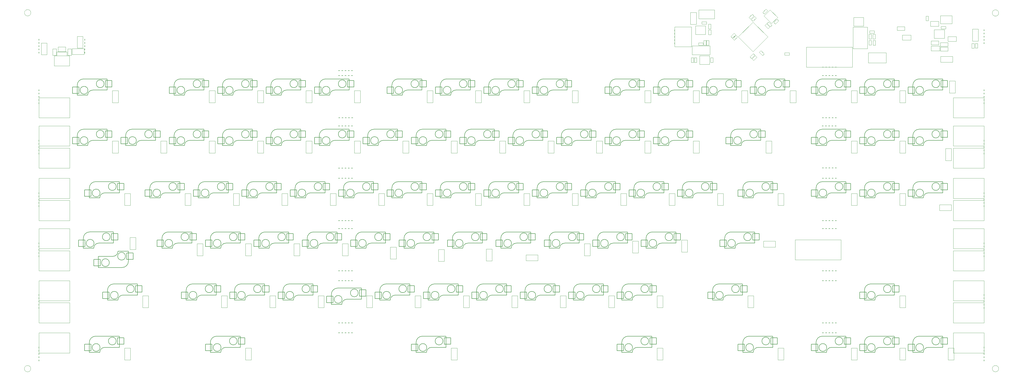
<source format=gbr>
%TF.GenerationSoftware,KiCad,Pcbnew,(6.0.5-0)*%
%TF.CreationDate,2023-01-21T22:01:54+08:00*%
%TF.ProjectId,main,6d61696e-2e6b-4696-9361-645f70636258,Prototype-V1*%
%TF.SameCoordinates,Original*%
%TF.FileFunction,Other,User*%
%FSLAX46Y46*%
G04 Gerber Fmt 4.6, Leading zero omitted, Abs format (unit mm)*
G04 Created by KiCad (PCBNEW (6.0.5-0)) date 2023-01-21 22:01:54*
%MOMM*%
%LPD*%
G01*
G04 APERTURE LIST*
%ADD10C,0.050000*%
%ADD11C,0.127000*%
%ADD12C,0.150000*%
G04 APERTURE END LIST*
D10*
X-14525000Y17625000D02*
X-10525000Y17625000D01*
X-9525000Y16125000D02*
X-9525000Y12125000D01*
X-10525000Y17625000D02*
X-10525000Y16125000D01*
X-9525000Y12125000D02*
X-15525000Y12125000D01*
X-15525000Y12125000D02*
X-15525000Y16125000D01*
X-14525000Y16125000D02*
X-14525000Y17625000D01*
X-15525000Y16125000D02*
X-9525000Y16125000D01*
D11*
X262475000Y-12785000D02*
X262475000Y-17185000D01*
D12*
X261747000Y-15975000D02*
X261747000Y-13435000D01*
X251333000Y-18515000D02*
X248793000Y-18515000D01*
X248793000Y-15975000D02*
X251333000Y-15975000D01*
D11*
X250675000Y-15285000D02*
X250675000Y-19185000D01*
D12*
X264287000Y-13435000D02*
X264287000Y-15975000D01*
D11*
X250675000Y-19185000D02*
X254775000Y-19185000D01*
D12*
X264287000Y-15975000D02*
X261747000Y-15975000D01*
D11*
X262475000Y-12785000D02*
X253175000Y-12785000D01*
D12*
X248793000Y-18515000D02*
X248793000Y-15975000D01*
D11*
X256775000Y-17185000D02*
X262475000Y-17185000D01*
D12*
X251333000Y-15975000D02*
X251333000Y-18515000D01*
X261747000Y-13435000D02*
X264287000Y-13435000D01*
D11*
X253175000Y-12785000D02*
G75*
G03*
X250675000Y-15285000I0J-2500000D01*
G01*
X256775000Y-17185000D02*
G75*
G03*
X254775000Y-19185000I-1J-1999999D01*
G01*
D12*
X261239000Y-14705000D02*
G75*
G03*
X261239000Y-14705000I-1524000J0D01*
G01*
X254889000Y-17245000D02*
G75*
G03*
X254889000Y-17245000I-1524000J0D01*
G01*
X210693000Y-39143300D02*
X213233000Y-39143300D01*
X226187000Y-34063300D02*
X226187000Y-36603300D01*
D11*
X224375000Y-33413300D02*
X215075000Y-33413300D01*
X212575000Y-39813300D02*
X216675000Y-39813300D01*
X212575000Y-35913300D02*
X212575000Y-39813300D01*
D12*
X223647000Y-34063300D02*
X226187000Y-34063300D01*
X223647000Y-36603300D02*
X223647000Y-34063300D01*
X213233000Y-36603300D02*
X210693000Y-36603300D01*
X210693000Y-36603300D02*
X210693000Y-39143300D01*
D11*
X218675000Y-37813300D02*
X224375000Y-37813300D01*
D12*
X213233000Y-39143300D02*
X213233000Y-36603300D01*
D11*
X224375000Y-33413300D02*
X224375000Y-37813300D01*
D12*
X226187000Y-36603300D02*
X223647000Y-36603300D01*
D11*
X218675000Y-37813300D02*
G75*
G03*
X216675000Y-39813300I-1J-1999999D01*
G01*
X215075000Y-33413300D02*
G75*
G03*
X212575000Y-35913300I0J-2500000D01*
G01*
D12*
X216789000Y-37873300D02*
G75*
G03*
X216789000Y-37873300I-1524000J0D01*
G01*
X223139000Y-35333300D02*
G75*
G03*
X223139000Y-35333300I-1524000J0D01*
G01*
D11*
X48162500Y-73635300D02*
X38862500Y-73635300D01*
D12*
X37020500Y-79365300D02*
X37020500Y-76825300D01*
D11*
X36362500Y-80035300D02*
X40462500Y-80035300D01*
D12*
X49974500Y-74285300D02*
X49974500Y-76825300D01*
D11*
X48162500Y-73635300D02*
X48162500Y-78035300D01*
D12*
X47434500Y-76825300D02*
X47434500Y-74285300D01*
X37020500Y-76825300D02*
X34480500Y-76825300D01*
D11*
X42462500Y-78035300D02*
X48162500Y-78035300D01*
X36362500Y-76135300D02*
X36362500Y-80035300D01*
D12*
X49974500Y-76825300D02*
X47434500Y-76825300D01*
X34480500Y-79365300D02*
X37020500Y-79365300D01*
X47434500Y-74285300D02*
X49974500Y-74285300D01*
X34480500Y-76825300D02*
X34480500Y-79365300D01*
D11*
X42462500Y-78035300D02*
G75*
G03*
X40462500Y-80035300I-1J-1999999D01*
G01*
X38862500Y-73635300D02*
G75*
G03*
X36362500Y-76135300I0J-2500000D01*
G01*
D12*
X46926500Y-75555300D02*
G75*
G03*
X46926500Y-75555300I-1524000J0D01*
G01*
X40576500Y-78095300D02*
G75*
G03*
X40576500Y-78095300I-1524000J0D01*
G01*
X288505400Y11625000D02*
X287997400Y11625000D01*
X290537400Y11625000D02*
X291045400Y11625000D01*
X287235400Y11625000D02*
X286727400Y11625000D01*
X291807400Y11625000D02*
X292315400Y11625000D01*
X289267400Y11625000D02*
X289775400Y11625000D01*
D11*
X-1737500Y-39813300D02*
X2362500Y-39813300D01*
D12*
X-3619500Y-36603300D02*
X-1079500Y-36603300D01*
D11*
X-1737500Y-35913300D02*
X-1737500Y-39813300D01*
D12*
X11874500Y-34063300D02*
X11874500Y-36603300D01*
X9334500Y-34063300D02*
X11874500Y-34063300D01*
X-1079500Y-36603300D02*
X-1079500Y-39143300D01*
X9334500Y-36603300D02*
X9334500Y-34063300D01*
D11*
X10062500Y-33413300D02*
X762500Y-33413300D01*
X10062500Y-33413300D02*
X10062500Y-37813300D01*
D12*
X11874500Y-36603300D02*
X9334500Y-36603300D01*
X-3619500Y-39143300D02*
X-3619500Y-36603300D01*
D11*
X4362500Y-37813300D02*
X10062500Y-37813300D01*
D12*
X-1079500Y-39143300D02*
X-3619500Y-39143300D01*
D11*
X762500Y-33413300D02*
G75*
G03*
X-1737500Y-35913300I0J-2500000D01*
G01*
X4362500Y-37813300D02*
G75*
G03*
X2362500Y-39813300I-1J-1999999D01*
G01*
D12*
X2476500Y-37873300D02*
G75*
G03*
X2476500Y-37873300I-1524000J0D01*
G01*
X8826500Y-35333300D02*
G75*
G03*
X8826500Y-35333300I-1524000J0D01*
G01*
X22733000Y-39143300D02*
X22733000Y-36603300D01*
X35687000Y-34063300D02*
X35687000Y-36603300D01*
X33147000Y-36603300D02*
X33147000Y-34063300D01*
D11*
X22075000Y-35913300D02*
X22075000Y-39813300D01*
D12*
X20193000Y-36603300D02*
X20193000Y-39143300D01*
D11*
X28175000Y-37813300D02*
X33875000Y-37813300D01*
D12*
X20193000Y-39143300D02*
X22733000Y-39143300D01*
D11*
X22075000Y-39813300D02*
X26175000Y-39813300D01*
D12*
X35687000Y-36603300D02*
X33147000Y-36603300D01*
D11*
X33875000Y-33413300D02*
X24575000Y-33413300D01*
D12*
X22733000Y-36603300D02*
X20193000Y-36603300D01*
X33147000Y-34063300D02*
X35687000Y-34063300D01*
D11*
X33875000Y-33413300D02*
X33875000Y-37813300D01*
X28175000Y-37813300D02*
G75*
G03*
X26175000Y-39813300I-1J-1999999D01*
G01*
X24575000Y-33413300D02*
G75*
G03*
X22075000Y-35913300I0J-2500000D01*
G01*
D12*
X32639000Y-35333300D02*
G75*
G03*
X32639000Y-35333300I-1524000J0D01*
G01*
X26289000Y-37873300D02*
G75*
G03*
X26289000Y-37873300I-1524000J0D01*
G01*
X290430250Y-11485000D02*
X290938250Y-11485000D01*
X289668250Y-11485000D02*
X289160250Y-11485000D01*
X287128250Y-11485000D02*
X286620250Y-11485000D01*
X288398250Y-11485000D02*
X287890250Y-11485000D01*
X291700250Y-11485000D02*
X292208250Y-11485000D01*
X-3525000Y18859000D02*
X-3525000Y18351000D01*
X-3525000Y17589000D02*
X-3525000Y17081000D01*
X-3525000Y20891000D02*
X-3525000Y21399000D01*
X-3525000Y22161000D02*
X-3525000Y22669000D01*
X-3525000Y19621000D02*
X-3525000Y20129000D01*
D11*
X267237500Y-94185300D02*
X267237500Y-98585300D01*
X255437500Y-100585300D02*
X259537500Y-100585300D01*
D12*
X266509500Y-94835300D02*
X269049500Y-94835300D01*
X253555500Y-97375300D02*
X256095500Y-97375300D01*
D11*
X261537500Y-98585300D02*
X267237500Y-98585300D01*
D12*
X256095500Y-97375300D02*
X256095500Y-99915300D01*
X266509500Y-97375300D02*
X266509500Y-94835300D01*
X253555500Y-99915300D02*
X253555500Y-97375300D01*
X269049500Y-94835300D02*
X269049500Y-97375300D01*
X269049500Y-97375300D02*
X266509500Y-97375300D01*
D11*
X255437500Y-96685300D02*
X255437500Y-100585300D01*
X267237500Y-94185300D02*
X257937500Y-94185300D01*
D12*
X256095500Y-99915300D02*
X253555500Y-99915300D01*
D11*
X261537500Y-98585300D02*
G75*
G03*
X259537500Y-100585300I-1J-1999999D01*
G01*
X257937500Y-94185300D02*
G75*
G03*
X255437500Y-96685300I0J-2500000D01*
G01*
D12*
X266001500Y-96105300D02*
G75*
G03*
X266001500Y-96105300I-1524000J0D01*
G01*
X259651500Y-98645300D02*
G75*
G03*
X259651500Y-98645300I-1524000J0D01*
G01*
X83312000Y-15975000D02*
X80772000Y-15975000D01*
D11*
X69700000Y-19185000D02*
X73800000Y-19185000D01*
X81500000Y-12785000D02*
X81500000Y-17185000D01*
D12*
X83312000Y-13435000D02*
X83312000Y-15975000D01*
X70358000Y-18515000D02*
X70358000Y-15975000D01*
D11*
X69700000Y-15285000D02*
X69700000Y-19185000D01*
D12*
X80772000Y-15975000D02*
X80772000Y-13435000D01*
D11*
X75800000Y-17185000D02*
X81500000Y-17185000D01*
D12*
X70358000Y-15975000D02*
X67818000Y-15975000D01*
X67818000Y-18515000D02*
X70358000Y-18515000D01*
X80772000Y-13435000D02*
X83312000Y-13435000D01*
D11*
X81500000Y-12785000D02*
X72200000Y-12785000D01*
D12*
X67818000Y-15975000D02*
X67818000Y-18515000D01*
D11*
X75800000Y-17185000D02*
G75*
G03*
X73800000Y-19185000I-1J-1999999D01*
G01*
X72200000Y-12785000D02*
G75*
G03*
X69700000Y-15285000I0J-2500000D01*
G01*
D12*
X80264000Y-14705000D02*
G75*
G03*
X80264000Y-14705000I-1524000J0D01*
G01*
X73914000Y-17245000D02*
G75*
G03*
X73914000Y-17245000I-1524000J0D01*
G01*
X152209500Y-53848300D02*
X154749500Y-53848300D01*
D11*
X141137500Y-59598300D02*
X145237500Y-59598300D01*
D12*
X139255500Y-56388300D02*
X139255500Y-58928300D01*
D11*
X141137500Y-55698300D02*
X141137500Y-59598300D01*
D12*
X139255500Y-58928300D02*
X141795500Y-58928300D01*
X154749500Y-53848300D02*
X154749500Y-56388300D01*
X154749500Y-56388300D02*
X152209500Y-56388300D01*
X152209500Y-56388300D02*
X152209500Y-53848300D01*
X141795500Y-58928300D02*
X141795500Y-56388300D01*
D11*
X152937500Y-53198300D02*
X152937500Y-57598300D01*
X152937500Y-53198300D02*
X143637500Y-53198300D01*
D12*
X141795500Y-56388300D02*
X139255500Y-56388300D01*
D11*
X147237500Y-57598300D02*
X152937500Y-57598300D01*
X147237500Y-57598300D02*
G75*
G03*
X145237500Y-59598300I-1J-1999999D01*
G01*
X143637500Y-53198300D02*
G75*
G03*
X141137500Y-55698300I0J-2500000D01*
G01*
D12*
X151701500Y-55118300D02*
G75*
G03*
X151701500Y-55118300I-1524000J0D01*
G01*
X145351500Y-57658300D02*
G75*
G03*
X145351500Y-57658300I-1524000J0D01*
G01*
D11*
X217337500Y-59598300D02*
X221437500Y-59598300D01*
X229137500Y-53198300D02*
X219837500Y-53198300D01*
D12*
X215455500Y-56388300D02*
X215455500Y-58928300D01*
X217995500Y-56388300D02*
X215455500Y-56388300D01*
X230949500Y-56388300D02*
X228409500Y-56388300D01*
X228409500Y-53848300D02*
X230949500Y-53848300D01*
X215455500Y-58928300D02*
X217995500Y-58928300D01*
D11*
X229137500Y-53198300D02*
X229137500Y-57598300D01*
X223437500Y-57598300D02*
X229137500Y-57598300D01*
X217337500Y-55698300D02*
X217337500Y-59598300D01*
D12*
X217995500Y-58928300D02*
X217995500Y-56388300D01*
X228409500Y-56388300D02*
X228409500Y-53848300D01*
X230949500Y-53848300D02*
X230949500Y-56388300D01*
D11*
X223437500Y-57598300D02*
G75*
G03*
X221437500Y-59598300I-1J-1999999D01*
G01*
X219837500Y-53198300D02*
G75*
G03*
X217337500Y-55698300I0J-2500000D01*
G01*
D12*
X227901500Y-55118300D02*
G75*
G03*
X227901500Y-55118300I-1524000J0D01*
G01*
X221551500Y-57658300D02*
G75*
G03*
X221551500Y-57658300I-1524000J0D01*
G01*
X269049500Y-36603300D02*
X266509500Y-36603300D01*
X266509500Y-36603300D02*
X266509500Y-34063300D01*
D11*
X255437500Y-39813300D02*
X259537500Y-39813300D01*
X267237500Y-33413300D02*
X257937500Y-33413300D01*
X261537500Y-37813300D02*
X267237500Y-37813300D01*
D12*
X253555500Y-39143300D02*
X253555500Y-36603300D01*
X256095500Y-36603300D02*
X256095500Y-39143300D01*
D11*
X267237500Y-33413300D02*
X267237500Y-37813300D01*
X255437500Y-35913300D02*
X255437500Y-39813300D01*
D12*
X269049500Y-34063300D02*
X269049500Y-36603300D01*
X253555500Y-36603300D02*
X256095500Y-36603300D01*
X266509500Y-34063300D02*
X269049500Y-34063300D01*
X256095500Y-39143300D02*
X253555500Y-39143300D01*
D11*
X257937500Y-33413300D02*
G75*
G03*
X255437500Y-35913300I0J-2500000D01*
G01*
X261537500Y-37813300D02*
G75*
G03*
X259537500Y-39813300I-1J-1999999D01*
G01*
D12*
X259651500Y-37873300D02*
G75*
G03*
X259651500Y-37873300I-1524000J0D01*
G01*
X266001500Y-35333300D02*
G75*
G03*
X266001500Y-35333300I-1524000J0D01*
G01*
X333422000Y3810000D02*
X333422000Y6350000D01*
D11*
X322350000Y4500000D02*
X322350000Y600000D01*
D12*
X335962000Y6350000D02*
X335962000Y3810000D01*
D11*
X334150000Y7000000D02*
X324850000Y7000000D01*
D12*
X335962000Y3810000D02*
X333422000Y3810000D01*
D11*
X334150000Y7000000D02*
X334150000Y2600000D01*
D12*
X323008000Y1270000D02*
X323008000Y3810000D01*
D11*
X322350000Y600000D02*
X326450000Y600000D01*
D12*
X320468000Y3810000D02*
X320468000Y1270000D01*
X323008000Y3810000D02*
X320468000Y3810000D01*
D11*
X328450000Y2600000D02*
X334150000Y2600000D01*
D12*
X333422000Y6350000D02*
X335962000Y6350000D01*
X320468000Y1270000D02*
X323008000Y1270000D01*
D11*
X324850000Y7000000D02*
G75*
G03*
X322350000Y4500000I0J-2500000D01*
G01*
X328450000Y2600000D02*
G75*
G03*
X326450000Y600000I-1J-1999999D01*
G01*
D12*
X326564000Y2540000D02*
G75*
G03*
X326564000Y2540000I-1524000J0D01*
G01*
X332914000Y5080000D02*
G75*
G03*
X332914000Y5080000I-1524000J0D01*
G01*
X-1079500Y-99915300D02*
X-3619500Y-99915300D01*
X-1079500Y-97375300D02*
X-1079500Y-99915300D01*
D11*
X-1737500Y-100585300D02*
X2362500Y-100585300D01*
X4362500Y-98585300D02*
X10062500Y-98585300D01*
D12*
X-3619500Y-97375300D02*
X-1079500Y-97375300D01*
X9334500Y-97375300D02*
X9334500Y-94835300D01*
X11874500Y-94835300D02*
X11874500Y-97375300D01*
D11*
X10062500Y-94185300D02*
X10062500Y-98585300D01*
D12*
X11874500Y-97375300D02*
X9334500Y-97375300D01*
D11*
X-1737500Y-96685300D02*
X-1737500Y-100585300D01*
D12*
X9334500Y-94835300D02*
X11874500Y-94835300D01*
X-3619500Y-99915300D02*
X-3619500Y-97375300D01*
D11*
X10062500Y-94185300D02*
X762500Y-94185300D01*
X762500Y-94185300D02*
G75*
G03*
X-1737500Y-96685300I0J-2500000D01*
G01*
X4362500Y-98585300D02*
G75*
G03*
X2362500Y-100585300I-1J-1999999D01*
G01*
D12*
X2476500Y-98645300D02*
G75*
G03*
X2476500Y-98645300I-1524000J0D01*
G01*
X8826500Y-96105300D02*
G75*
G03*
X8826500Y-96105300I-1524000J0D01*
G01*
X-21525000Y-62484300D02*
X-21525000Y-62992300D01*
X-21525000Y-61214300D02*
X-21525000Y-61722300D01*
X-21525000Y-57912300D02*
X-21525000Y-57404300D01*
X-21525000Y-59944300D02*
X-21525000Y-60452300D01*
X-21525000Y-59182300D02*
X-21525000Y-58674300D01*
X350400000Y23346000D02*
X350400000Y23854000D01*
X350400000Y21314000D02*
X350400000Y20806000D01*
X350400000Y24616000D02*
X350400000Y25124000D01*
X350400000Y25886000D02*
X350400000Y26394000D01*
X350400000Y22584000D02*
X350400000Y22076000D01*
D11*
X86262500Y-73635300D02*
X76962500Y-73635300D01*
D12*
X85534500Y-76825300D02*
X85534500Y-74285300D01*
X88074500Y-74285300D02*
X88074500Y-76825300D01*
D11*
X74462500Y-76135300D02*
X74462500Y-80035300D01*
D12*
X72580500Y-79365300D02*
X75120500Y-79365300D01*
X88074500Y-76825300D02*
X85534500Y-76825300D01*
X72580500Y-76825300D02*
X72580500Y-79365300D01*
D11*
X86262500Y-73635300D02*
X86262500Y-78035300D01*
D12*
X85534500Y-74285300D02*
X88074500Y-74285300D01*
D11*
X80562500Y-78035300D02*
X86262500Y-78035300D01*
D12*
X75120500Y-79365300D02*
X75120500Y-76825300D01*
X75120500Y-76825300D02*
X72580500Y-76825300D01*
D11*
X74462500Y-80035300D02*
X78562500Y-80035300D01*
X76962500Y-73635300D02*
G75*
G03*
X74462500Y-76135300I0J-2500000D01*
G01*
X80562500Y-78035300D02*
G75*
G03*
X78562500Y-80035300I-1J-1999999D01*
G01*
D12*
X78676500Y-78095300D02*
G75*
G03*
X78676500Y-78095300I-1524000J0D01*
G01*
X85026500Y-75555300D02*
G75*
G03*
X85026500Y-75555300I-1524000J0D01*
G01*
X31750Y-66548300D02*
X31750Y-64008300D01*
D11*
X7543750Y-62798300D02*
X1843750Y-62798300D01*
D12*
X12985750Y-61468300D02*
X15525750Y-61468300D01*
D11*
X1843750Y-67198300D02*
X1843750Y-62798300D01*
D12*
X12985750Y-64008300D02*
X12985750Y-61468300D01*
D11*
X1843750Y-67198300D02*
X11143750Y-67198300D01*
D12*
X31750Y-64008300D02*
X2571750Y-64008300D01*
X15525750Y-64008300D02*
X12985750Y-64008300D01*
X2571750Y-64008300D02*
X2571750Y-66548300D01*
D11*
X13643750Y-64698300D02*
X13643750Y-60798300D01*
D12*
X15525750Y-61468300D02*
X15525750Y-64008300D01*
D11*
X13643750Y-60798300D02*
X9543750Y-60798300D01*
D12*
X2571750Y-66548300D02*
X31750Y-66548300D01*
D11*
X7543750Y-62798300D02*
G75*
G03*
X9543750Y-60798300I1J1999999D01*
G01*
X11143750Y-67198300D02*
G75*
G03*
X13643750Y-64698300I0J2500000D01*
G01*
D12*
X6127750Y-65278300D02*
G75*
G03*
X6127750Y-65278300I-1524000J0D01*
G01*
X12477750Y-62738300D02*
G75*
G03*
X12477750Y-62738300I-1524000J0D01*
G01*
X316912000Y-36603300D02*
X314372000Y-36603300D01*
D11*
X309400000Y-37813300D02*
X315100000Y-37813300D01*
D12*
X316912000Y-34063300D02*
X316912000Y-36603300D01*
X301418000Y-36603300D02*
X301418000Y-39143300D01*
X303958000Y-36603300D02*
X301418000Y-36603300D01*
X314372000Y-36603300D02*
X314372000Y-34063300D01*
X301418000Y-39143300D02*
X303958000Y-39143300D01*
D11*
X315100000Y-33413300D02*
X305800000Y-33413300D01*
X315100000Y-33413300D02*
X315100000Y-37813300D01*
D12*
X303958000Y-39143300D02*
X303958000Y-36603300D01*
X314372000Y-34063300D02*
X316912000Y-34063300D01*
D11*
X303300000Y-39813300D02*
X307400000Y-39813300D01*
X303300000Y-35913300D02*
X303300000Y-39813300D01*
X305800000Y-33413300D02*
G75*
G03*
X303300000Y-35913300I0J-2500000D01*
G01*
X309400000Y-37813300D02*
G75*
G03*
X307400000Y-39813300I-1J-1999999D01*
G01*
D12*
X307514000Y-37873300D02*
G75*
G03*
X307514000Y-37873300I-1524000J0D01*
G01*
X313864000Y-35333300D02*
G75*
G03*
X313864000Y-35333300I-1524000J0D01*
G01*
X284908000Y3810000D02*
X282368000Y3810000D01*
D11*
X284250000Y4500000D02*
X284250000Y600000D01*
D12*
X297862000Y3810000D02*
X295322000Y3810000D01*
X282368000Y1270000D02*
X284908000Y1270000D01*
X284908000Y1270000D02*
X284908000Y3810000D01*
D11*
X296050000Y7000000D02*
X296050000Y2600000D01*
D12*
X297862000Y6350000D02*
X297862000Y3810000D01*
X295322000Y6350000D02*
X297862000Y6350000D01*
D11*
X290350000Y2600000D02*
X296050000Y2600000D01*
X284250000Y600000D02*
X288350000Y600000D01*
D12*
X295322000Y3810000D02*
X295322000Y6350000D01*
X282368000Y3810000D02*
X282368000Y1270000D01*
D11*
X296050000Y7000000D02*
X286750000Y7000000D01*
X290350000Y2600000D02*
G75*
G03*
X288350000Y600000I-1J-1999999D01*
G01*
X286750000Y7000000D02*
G75*
G03*
X284250000Y4500000I0J-2500000D01*
G01*
D12*
X288464000Y2540000D02*
G75*
G03*
X288464000Y2540000I-1524000J0D01*
G01*
X294814000Y5080000D02*
G75*
G03*
X294814000Y5080000I-1524000J0D01*
G01*
X194183000Y-36603300D02*
X191643000Y-36603300D01*
X207137000Y-34063300D02*
X207137000Y-36603300D01*
X191643000Y-39143300D02*
X194183000Y-39143300D01*
D11*
X205325000Y-33413300D02*
X205325000Y-37813300D01*
D12*
X194183000Y-39143300D02*
X194183000Y-36603300D01*
D11*
X193525000Y-39813300D02*
X197625000Y-39813300D01*
D12*
X207137000Y-36603300D02*
X204597000Y-36603300D01*
X191643000Y-36603300D02*
X191643000Y-39143300D01*
D11*
X199625000Y-37813300D02*
X205325000Y-37813300D01*
D12*
X204597000Y-34063300D02*
X207137000Y-34063300D01*
D11*
X193525000Y-35913300D02*
X193525000Y-39813300D01*
X205325000Y-33413300D02*
X196025000Y-33413300D01*
D12*
X204597000Y-36603300D02*
X204597000Y-34063300D01*
D11*
X196025000Y-33413300D02*
G75*
G03*
X193525000Y-35913300I0J-2500000D01*
G01*
X199625000Y-37813300D02*
G75*
G03*
X197625000Y-39813300I-1J-1999999D01*
G01*
D12*
X204089000Y-35333300D02*
G75*
G03*
X204089000Y-35333300I-1524000J0D01*
G01*
X197739000Y-37873300D02*
G75*
G03*
X197739000Y-37873300I-1524000J0D01*
G01*
D11*
X222100000Y600000D02*
X226200000Y600000D01*
X228200000Y2600000D02*
X233900000Y2600000D01*
D12*
X235712000Y3810000D02*
X233172000Y3810000D01*
X235712000Y6350000D02*
X235712000Y3810000D01*
X220218000Y3810000D02*
X220218000Y1270000D01*
X220218000Y1270000D02*
X222758000Y1270000D01*
D11*
X233900000Y7000000D02*
X233900000Y2600000D01*
X222100000Y4500000D02*
X222100000Y600000D01*
X233900000Y7000000D02*
X224600000Y7000000D01*
D12*
X233172000Y6350000D02*
X235712000Y6350000D01*
X233172000Y3810000D02*
X233172000Y6350000D01*
X222758000Y3810000D02*
X220218000Y3810000D01*
X222758000Y1270000D02*
X222758000Y3810000D01*
D11*
X228200000Y2600000D02*
G75*
G03*
X226200000Y600000I-1J-1999999D01*
G01*
X224600000Y7000000D02*
G75*
G03*
X222100000Y4500000I0J-2500000D01*
G01*
D12*
X232664000Y5080000D02*
G75*
G03*
X232664000Y5080000I-1524000J0D01*
G01*
X226314000Y2540000D02*
G75*
G03*
X226314000Y2540000I-1524000J0D01*
G01*
X70358000Y1270000D02*
X70358000Y3810000D01*
D11*
X75800000Y2600000D02*
X81500000Y2600000D01*
D12*
X83312000Y6350000D02*
X83312000Y3810000D01*
D11*
X69700000Y4500000D02*
X69700000Y600000D01*
X81500000Y7000000D02*
X81500000Y2600000D01*
D12*
X80772000Y3810000D02*
X80772000Y6350000D01*
X70358000Y3810000D02*
X67818000Y3810000D01*
D11*
X69700000Y600000D02*
X73800000Y600000D01*
D12*
X67818000Y3810000D02*
X67818000Y1270000D01*
D11*
X81500000Y7000000D02*
X72200000Y7000000D01*
D12*
X83312000Y3810000D02*
X80772000Y3810000D01*
X80772000Y6350000D02*
X83312000Y6350000D01*
X67818000Y1270000D02*
X70358000Y1270000D01*
D11*
X75800000Y2600000D02*
G75*
G03*
X73800000Y600000I-1J-1999999D01*
G01*
X72200000Y7000000D02*
G75*
G03*
X69700000Y4500000I0J-2500000D01*
G01*
D12*
X73914000Y2540000D02*
G75*
G03*
X73914000Y2540000I-1524000J0D01*
G01*
X80264000Y5080000D02*
G75*
G03*
X80264000Y5080000I-1524000J0D01*
G01*
X301418000Y3810000D02*
X301418000Y1270000D01*
X303958000Y3810000D02*
X301418000Y3810000D01*
X316912000Y6350000D02*
X316912000Y3810000D01*
D11*
X309400000Y2600000D02*
X315100000Y2600000D01*
D12*
X303958000Y1270000D02*
X303958000Y3810000D01*
D11*
X315100000Y7000000D02*
X315100000Y2600000D01*
D12*
X316912000Y3810000D02*
X314372000Y3810000D01*
D11*
X303300000Y4500000D02*
X303300000Y600000D01*
X303300000Y600000D02*
X307400000Y600000D01*
X315100000Y7000000D02*
X305800000Y7000000D01*
D12*
X314372000Y3810000D02*
X314372000Y6350000D01*
X314372000Y6350000D02*
X316912000Y6350000D01*
X301418000Y1270000D02*
X303958000Y1270000D01*
D11*
X305800000Y7000000D02*
G75*
G03*
X303300000Y4500000I0J-2500000D01*
G01*
X309400000Y2600000D02*
G75*
G03*
X307400000Y600000I-1J-1999999D01*
G01*
D12*
X307514000Y2540000D02*
G75*
G03*
X307514000Y2540000I-1524000J0D01*
G01*
X313864000Y5080000D02*
G75*
G03*
X313864000Y5080000I-1524000J0D01*
G01*
X288505400Y-72335300D02*
X287997400Y-72335300D01*
X291807400Y-72335300D02*
X292315400Y-72335300D01*
X287235400Y-72335300D02*
X286727400Y-72335300D01*
X290537400Y-72335300D02*
X291045400Y-72335300D01*
X289775400Y-72335300D02*
X289267400Y-72335300D01*
X164274500Y-76825300D02*
X161734500Y-76825300D01*
X148780500Y-76825300D02*
X148780500Y-79365300D01*
X161734500Y-76825300D02*
X161734500Y-74285300D01*
D11*
X162462500Y-73635300D02*
X153162500Y-73635300D01*
D12*
X161734500Y-74285300D02*
X164274500Y-74285300D01*
D11*
X150662500Y-76135300D02*
X150662500Y-80035300D01*
D12*
X148780500Y-79365300D02*
X151320500Y-79365300D01*
D11*
X162462500Y-73635300D02*
X162462500Y-78035300D01*
D12*
X151320500Y-79365300D02*
X151320500Y-76825300D01*
X151320500Y-76825300D02*
X148780500Y-76825300D01*
D11*
X156762500Y-78035300D02*
X162462500Y-78035300D01*
X150662500Y-80035300D02*
X154762500Y-80035300D01*
D12*
X164274500Y-74285300D02*
X164274500Y-76825300D01*
D11*
X156762500Y-78035300D02*
G75*
G03*
X154762500Y-80035300I-1J-1999999D01*
G01*
X153162500Y-73635300D02*
G75*
G03*
X150662500Y-76135300I0J-2500000D01*
G01*
D12*
X161226500Y-75555300D02*
G75*
G03*
X161226500Y-75555300I-1524000J0D01*
G01*
X154876500Y-78095300D02*
G75*
G03*
X154876500Y-78095300I-1524000J0D01*
G01*
D11*
X247250000Y2600000D02*
X252950000Y2600000D01*
X252950000Y7000000D02*
X243650000Y7000000D01*
X241150000Y600000D02*
X245250000Y600000D01*
D12*
X239268000Y3810000D02*
X239268000Y1270000D01*
D11*
X241150000Y4500000D02*
X241150000Y600000D01*
D12*
X239268000Y1270000D02*
X241808000Y1270000D01*
X254762000Y6350000D02*
X254762000Y3810000D01*
X252222000Y3810000D02*
X252222000Y6350000D01*
X241808000Y3810000D02*
X239268000Y3810000D01*
X241808000Y1270000D02*
X241808000Y3810000D01*
X254762000Y3810000D02*
X252222000Y3810000D01*
X252222000Y6350000D02*
X254762000Y6350000D01*
D11*
X252950000Y7000000D02*
X252950000Y2600000D01*
X243650000Y7000000D02*
G75*
G03*
X241150000Y4500000I0J-2500000D01*
G01*
X247250000Y2600000D02*
G75*
G03*
X245250000Y600000I-1J-1999999D01*
G01*
D12*
X245364000Y2540000D02*
G75*
G03*
X245364000Y2540000I-1524000J0D01*
G01*
X251714000Y5080000D02*
G75*
G03*
X251714000Y5080000I-1524000J0D01*
G01*
D11*
X203050000Y600000D02*
X207150000Y600000D01*
X214850000Y7000000D02*
X205550000Y7000000D01*
D12*
X201168000Y3810000D02*
X201168000Y1270000D01*
X216662000Y3810000D02*
X214122000Y3810000D01*
X203708000Y1270000D02*
X203708000Y3810000D01*
D11*
X203050000Y4500000D02*
X203050000Y600000D01*
D12*
X214122000Y6350000D02*
X216662000Y6350000D01*
X203708000Y3810000D02*
X201168000Y3810000D01*
D11*
X209150000Y2600000D02*
X214850000Y2600000D01*
X214850000Y7000000D02*
X214850000Y2600000D01*
D12*
X216662000Y6350000D02*
X216662000Y3810000D01*
X214122000Y3810000D02*
X214122000Y6350000D01*
X201168000Y1270000D02*
X203708000Y1270000D01*
D11*
X205550000Y7000000D02*
G75*
G03*
X203050000Y4500000I0J-2500000D01*
G01*
X209150000Y2600000D02*
G75*
G03*
X207150000Y600000I-1J-1999999D01*
G01*
D12*
X213614000Y5080000D02*
G75*
G03*
X213614000Y5080000I-1524000J0D01*
G01*
X207264000Y2540000D02*
G75*
G03*
X207264000Y2540000I-1524000J0D01*
G01*
D11*
X-6500000Y4500000D02*
X-6500000Y600000D01*
D12*
X7112000Y3810000D02*
X4572000Y3810000D01*
D11*
X-400000Y2600000D02*
X5300000Y2600000D01*
D12*
X-5842000Y3810000D02*
X-8382000Y3810000D01*
X7112000Y6350000D02*
X7112000Y3810000D01*
X-5842000Y1270000D02*
X-5842000Y3810000D01*
D11*
X5300000Y7000000D02*
X5300000Y2600000D01*
D12*
X-8382000Y1270000D02*
X-5842000Y1270000D01*
X-8382000Y3810000D02*
X-8382000Y1270000D01*
X4572000Y6350000D02*
X7112000Y6350000D01*
D11*
X5300000Y7000000D02*
X-4000000Y7000000D01*
X-6500000Y600000D02*
X-2400000Y600000D01*
D12*
X4572000Y3810000D02*
X4572000Y6350000D01*
D11*
X-400000Y2600000D02*
G75*
G03*
X-2400000Y600000I-1J-1999999D01*
G01*
X-4000000Y7000000D02*
G75*
G03*
X-6500000Y4500000I0J-2500000D01*
G01*
D12*
X-2286000Y2540000D02*
G75*
G03*
X-2286000Y2540000I-1524000J0D01*
G01*
X4064000Y5080000D02*
G75*
G03*
X4064000Y5080000I-1524000J0D01*
G01*
D11*
X155425000Y600000D02*
X159525000Y600000D01*
D12*
X169037000Y3810000D02*
X166497000Y3810000D01*
X169037000Y6350000D02*
X169037000Y3810000D01*
X156083000Y3810000D02*
X153543000Y3810000D01*
X156083000Y1270000D02*
X156083000Y3810000D01*
D11*
X167225000Y7000000D02*
X157925000Y7000000D01*
X161525000Y2600000D02*
X167225000Y2600000D01*
D12*
X166497000Y3810000D02*
X166497000Y6350000D01*
D11*
X155425000Y4500000D02*
X155425000Y600000D01*
D12*
X153543000Y3810000D02*
X153543000Y1270000D01*
X166497000Y6350000D02*
X169037000Y6350000D01*
D11*
X167225000Y7000000D02*
X167225000Y2600000D01*
D12*
X153543000Y1270000D02*
X156083000Y1270000D01*
D11*
X157925000Y7000000D02*
G75*
G03*
X155425000Y4500000I0J-2500000D01*
G01*
X161525000Y2600000D02*
G75*
G03*
X159525000Y600000I-1J-1999999D01*
G01*
D12*
X159639000Y2540000D02*
G75*
G03*
X159639000Y2540000I-1524000J0D01*
G01*
X165989000Y5080000D02*
G75*
G03*
X165989000Y5080000I-1524000J0D01*
G01*
X159512000Y-15975000D02*
X156972000Y-15975000D01*
X156972000Y-15975000D02*
X156972000Y-13435000D01*
D11*
X152000000Y-17185000D02*
X157700000Y-17185000D01*
X157700000Y-12785000D02*
X157700000Y-17185000D01*
D12*
X146558000Y-18515000D02*
X146558000Y-15975000D01*
X146558000Y-15975000D02*
X144018000Y-15975000D01*
D11*
X157700000Y-12785000D02*
X148400000Y-12785000D01*
D12*
X144018000Y-15975000D02*
X144018000Y-18515000D01*
X156972000Y-13435000D02*
X159512000Y-13435000D01*
X144018000Y-18515000D02*
X146558000Y-18515000D01*
D11*
X145900000Y-15285000D02*
X145900000Y-19185000D01*
X145900000Y-19185000D02*
X150000000Y-19185000D01*
D12*
X159512000Y-13435000D02*
X159512000Y-15975000D01*
D11*
X148400000Y-12785000D02*
G75*
G03*
X145900000Y-15285000I0J-2500000D01*
G01*
X152000000Y-17185000D02*
G75*
G03*
X150000000Y-19185000I-1J-1999999D01*
G01*
D12*
X156464000Y-14705000D02*
G75*
G03*
X156464000Y-14705000I-1524000J0D01*
G01*
X150114000Y-17245000D02*
G75*
G03*
X150114000Y-17245000I-1524000J0D01*
G01*
X118872000Y-13435000D02*
X121412000Y-13435000D01*
D11*
X119600000Y-12785000D02*
X119600000Y-17185000D01*
X107800000Y-19185000D02*
X111900000Y-19185000D01*
D12*
X105918000Y-18515000D02*
X108458000Y-18515000D01*
X105918000Y-15975000D02*
X105918000Y-18515000D01*
X108458000Y-18515000D02*
X108458000Y-15975000D01*
X121412000Y-13435000D02*
X121412000Y-15975000D01*
X121412000Y-15975000D02*
X118872000Y-15975000D01*
X108458000Y-15975000D02*
X105918000Y-15975000D01*
D11*
X119600000Y-12785000D02*
X110300000Y-12785000D01*
X113900000Y-17185000D02*
X119600000Y-17185000D01*
X107800000Y-15285000D02*
X107800000Y-19185000D01*
D12*
X118872000Y-15975000D02*
X118872000Y-13435000D01*
D11*
X110300000Y-12785000D02*
G75*
G03*
X107800000Y-15285000I0J-2500000D01*
G01*
X113900000Y-17185000D02*
G75*
G03*
X111900000Y-19185000I-1J-1999999D01*
G01*
D12*
X112014000Y-17245000D02*
G75*
G03*
X112014000Y-17245000I-1524000J0D01*
G01*
X118364000Y-14705000D02*
G75*
G03*
X118364000Y-14705000I-1524000J0D01*
G01*
X335962000Y-94835300D02*
X335962000Y-97375300D01*
D11*
X328450000Y-98585300D02*
X334150000Y-98585300D01*
X322350000Y-96685300D02*
X322350000Y-100585300D01*
D12*
X320468000Y-99915300D02*
X323008000Y-99915300D01*
X323008000Y-97375300D02*
X320468000Y-97375300D01*
X320468000Y-97375300D02*
X320468000Y-99915300D01*
X335962000Y-97375300D02*
X333422000Y-97375300D01*
D11*
X334150000Y-94185300D02*
X334150000Y-98585300D01*
X322350000Y-100585300D02*
X326450000Y-100585300D01*
D12*
X333422000Y-97375300D02*
X333422000Y-94835300D01*
D11*
X334150000Y-94185300D02*
X324850000Y-94185300D01*
D12*
X333422000Y-94835300D02*
X335962000Y-94835300D01*
X323008000Y-99915300D02*
X323008000Y-97375300D01*
D11*
X328450000Y-98585300D02*
G75*
G03*
X326450000Y-100585300I-1J-1999999D01*
G01*
X324850000Y-94185300D02*
G75*
G03*
X322350000Y-96685300I0J-2500000D01*
G01*
D12*
X332914000Y-96105300D02*
G75*
G03*
X332914000Y-96105300I-1524000J0D01*
G01*
X326564000Y-98645300D02*
G75*
G03*
X326564000Y-98645300I-1524000J0D01*
G01*
X228667800Y22509000D02*
X228667800Y22001000D01*
X228667800Y24541000D02*
X228667800Y25049000D01*
X228667800Y23779000D02*
X228667800Y23271000D01*
X228667800Y25811000D02*
X228667800Y26319000D01*
X228667800Y21239000D02*
X228667800Y20731000D01*
X178562000Y-15975000D02*
X176022000Y-15975000D01*
X176022000Y-15975000D02*
X176022000Y-13435000D01*
D11*
X171050000Y-17185000D02*
X176750000Y-17185000D01*
X176750000Y-12785000D02*
X167450000Y-12785000D01*
D12*
X165608000Y-15975000D02*
X163068000Y-15975000D01*
X163068000Y-18515000D02*
X165608000Y-18515000D01*
D11*
X164950000Y-15285000D02*
X164950000Y-19185000D01*
X164950000Y-19185000D02*
X169050000Y-19185000D01*
D12*
X176022000Y-13435000D02*
X178562000Y-13435000D01*
D11*
X176750000Y-12785000D02*
X176750000Y-17185000D01*
D12*
X163068000Y-15975000D02*
X163068000Y-18515000D01*
X165608000Y-18515000D02*
X165608000Y-15975000D01*
X178562000Y-13435000D02*
X178562000Y-15975000D01*
D11*
X167450000Y-12785000D02*
G75*
G03*
X164950000Y-15285000I0J-2500000D01*
G01*
X171050000Y-17185000D02*
G75*
G03*
X169050000Y-19185000I-1J-1999999D01*
G01*
D12*
X169164000Y-17245000D02*
G75*
G03*
X169164000Y-17245000I-1524000J0D01*
G01*
X175514000Y-14705000D02*
G75*
G03*
X175514000Y-14705000I-1524000J0D01*
G01*
X19018250Y-74285300D02*
X19018250Y-76825300D01*
X6064250Y-76825300D02*
X6064250Y-79365300D01*
D11*
X17206250Y-73635300D02*
X7906250Y-73635300D01*
X5406250Y-80035300D02*
X9506250Y-80035300D01*
X11506250Y-78035300D02*
X17206250Y-78035300D01*
X5406250Y-76135300D02*
X5406250Y-80035300D01*
D12*
X19018250Y-76825300D02*
X16478250Y-76825300D01*
X16478250Y-76825300D02*
X16478250Y-74285300D01*
D11*
X17206250Y-73635300D02*
X17206250Y-78035300D01*
D12*
X3524250Y-76825300D02*
X6064250Y-76825300D01*
X3524250Y-79365300D02*
X3524250Y-76825300D01*
X16478250Y-74285300D02*
X19018250Y-74285300D01*
X6064250Y-79365300D02*
X3524250Y-79365300D01*
D11*
X11506250Y-78035300D02*
G75*
G03*
X9506250Y-80035300I-1J-1999999D01*
G01*
X7906250Y-73635300D02*
G75*
G03*
X5406250Y-76135300I0J-2500000D01*
G01*
D12*
X9620250Y-78095300D02*
G75*
G03*
X9620250Y-78095300I-1524000J0D01*
G01*
X15970250Y-75555300D02*
G75*
G03*
X15970250Y-75555300I-1524000J0D01*
G01*
D11*
X254393750Y-57598300D02*
X260093750Y-57598300D01*
X248293750Y-59598300D02*
X252393750Y-59598300D01*
X260093750Y-53198300D02*
X250793750Y-53198300D01*
D12*
X259365750Y-56388300D02*
X259365750Y-53848300D01*
X261905750Y-53848300D02*
X261905750Y-56388300D01*
X246411750Y-58928300D02*
X246411750Y-56388300D01*
X259365750Y-53848300D02*
X261905750Y-53848300D01*
D11*
X260093750Y-53198300D02*
X260093750Y-57598300D01*
D12*
X261905750Y-56388300D02*
X259365750Y-56388300D01*
X248951750Y-56388300D02*
X248951750Y-58928300D01*
X248951750Y-58928300D02*
X246411750Y-58928300D01*
X246411750Y-56388300D02*
X248951750Y-56388300D01*
D11*
X248293750Y-55698300D02*
X248293750Y-59598300D01*
X254393750Y-57598300D02*
G75*
G03*
X252393750Y-59598300I-1J-1999999D01*
G01*
X250793750Y-53198300D02*
G75*
G03*
X248293750Y-55698300I0J-2500000D01*
G01*
D12*
X252507750Y-57658300D02*
G75*
G03*
X252507750Y-57658300I-1524000J0D01*
G01*
X258857750Y-55118300D02*
G75*
G03*
X258857750Y-55118300I-1524000J0D01*
G01*
D11*
X334150000Y-33413300D02*
X334150000Y-37813300D01*
X322350000Y-35913300D02*
X322350000Y-39813300D01*
X322350000Y-39813300D02*
X326450000Y-39813300D01*
D12*
X323008000Y-36603300D02*
X320468000Y-36603300D01*
D11*
X334150000Y-33413300D02*
X324850000Y-33413300D01*
D12*
X333422000Y-36603300D02*
X333422000Y-34063300D01*
X333422000Y-34063300D02*
X335962000Y-34063300D01*
X323008000Y-39143300D02*
X323008000Y-36603300D01*
X335962000Y-34063300D02*
X335962000Y-36603300D01*
X335962000Y-36603300D02*
X333422000Y-36603300D01*
X320468000Y-39143300D02*
X323008000Y-39143300D01*
D11*
X328450000Y-37813300D02*
X334150000Y-37813300D01*
D12*
X320468000Y-36603300D02*
X320468000Y-39143300D01*
D11*
X324850000Y-33413300D02*
G75*
G03*
X322350000Y-35913300I0J-2500000D01*
G01*
X328450000Y-37813300D02*
G75*
G03*
X326450000Y-39813300I-1J-1999999D01*
G01*
D12*
X326564000Y-37873300D02*
G75*
G03*
X326564000Y-37873300I-1524000J0D01*
G01*
X332914000Y-35333300D02*
G75*
G03*
X332914000Y-35333300I-1524000J0D01*
G01*
X183324500Y-74285300D02*
X183324500Y-76825300D01*
X170370500Y-79365300D02*
X170370500Y-76825300D01*
X167830500Y-76825300D02*
X167830500Y-79365300D01*
D11*
X175812500Y-78035300D02*
X181512500Y-78035300D01*
X169712500Y-80035300D02*
X173812500Y-80035300D01*
D12*
X180784500Y-74285300D02*
X183324500Y-74285300D01*
D11*
X181512500Y-73635300D02*
X181512500Y-78035300D01*
D12*
X183324500Y-76825300D02*
X180784500Y-76825300D01*
X180784500Y-76825300D02*
X180784500Y-74285300D01*
X170370500Y-76825300D02*
X167830500Y-76825300D01*
D11*
X181512500Y-73635300D02*
X172212500Y-73635300D01*
X169712500Y-76135300D02*
X169712500Y-80035300D01*
D12*
X167830500Y-79365300D02*
X170370500Y-79365300D01*
D11*
X175812500Y-78035300D02*
G75*
G03*
X173812500Y-80035300I-1J-1999999D01*
G01*
X172212500Y-73635300D02*
G75*
G03*
X169712500Y-76135300I0J-2500000D01*
G01*
D12*
X173926500Y-78095300D02*
G75*
G03*
X173926500Y-78095300I-1524000J0D01*
G01*
X180276500Y-75555300D02*
G75*
G03*
X180276500Y-75555300I-1524000J0D01*
G01*
X59499500Y-53848300D02*
X59499500Y-56388300D01*
D11*
X51987500Y-57598300D02*
X57687500Y-57598300D01*
X57687500Y-53198300D02*
X57687500Y-57598300D01*
D12*
X46545500Y-58928300D02*
X46545500Y-56388300D01*
D11*
X57687500Y-53198300D02*
X48387500Y-53198300D01*
D12*
X56959500Y-53848300D02*
X59499500Y-53848300D01*
D11*
X45887500Y-59598300D02*
X49987500Y-59598300D01*
D12*
X44005500Y-58928300D02*
X46545500Y-58928300D01*
X44005500Y-56388300D02*
X44005500Y-58928300D01*
X59499500Y-56388300D02*
X56959500Y-56388300D01*
D11*
X45887500Y-55698300D02*
X45887500Y-59598300D01*
D12*
X56959500Y-56388300D02*
X56959500Y-53848300D01*
X46545500Y-56388300D02*
X44005500Y-56388300D01*
D11*
X51987500Y-57598300D02*
G75*
G03*
X49987500Y-59598300I-1J-1999999D01*
G01*
X48387500Y-53198300D02*
G75*
G03*
X45887500Y-55698300I0J-2500000D01*
G01*
D12*
X56451500Y-55118300D02*
G75*
G03*
X56451500Y-55118300I-1524000J0D01*
G01*
X50101500Y-57658300D02*
G75*
G03*
X50101500Y-57658300I-1524000J0D01*
G01*
D11*
X-4100000Y-55685800D02*
X-4100000Y-59585800D01*
D12*
X-3442000Y-58915800D02*
X-5982000Y-58915800D01*
D11*
X7700000Y-53185800D02*
X-1600000Y-53185800D01*
D12*
X-3442000Y-56375800D02*
X-3442000Y-58915800D01*
X-5982000Y-56375800D02*
X-3442000Y-56375800D01*
D11*
X2000000Y-57585800D02*
X7700000Y-57585800D01*
D12*
X-5982000Y-58915800D02*
X-5982000Y-56375800D01*
X9512000Y-53835800D02*
X9512000Y-56375800D01*
X6972000Y-56375800D02*
X6972000Y-53835800D01*
X6972000Y-53835800D02*
X9512000Y-53835800D01*
D11*
X-4100000Y-59585800D02*
X0Y-59585800D01*
X7700000Y-53185800D02*
X7700000Y-57585800D01*
D12*
X9512000Y-56375800D02*
X6972000Y-56375800D01*
D11*
X-1600000Y-53185800D02*
G75*
G03*
X-4100000Y-55685800I0J-2500000D01*
G01*
X2000000Y-57585800D02*
G75*
G03*
X0Y-59585800I-1J-1999999D01*
G01*
D12*
X6464000Y-55105800D02*
G75*
G03*
X6464000Y-55105800I-1524000J0D01*
G01*
X114000Y-57645800D02*
G75*
G03*
X114000Y-57645800I-1524000J0D01*
G01*
X-21525000Y-18769000D02*
X-21525000Y-18261000D01*
X-21525000Y-20801000D02*
X-21525000Y-21309000D01*
X-21525000Y-19531000D02*
X-21525000Y-20039000D01*
X-21525000Y-17499000D02*
X-21525000Y-16991000D01*
X-21525000Y-22071000D02*
X-21525000Y-22579000D01*
D11*
X103037500Y-59598300D02*
X107137500Y-59598300D01*
D12*
X103695500Y-56388300D02*
X101155500Y-56388300D01*
D11*
X103037500Y-55698300D02*
X103037500Y-59598300D01*
D12*
X116649500Y-53848300D02*
X116649500Y-56388300D01*
X114109500Y-56388300D02*
X114109500Y-53848300D01*
D11*
X114837500Y-53198300D02*
X114837500Y-57598300D01*
D12*
X114109500Y-53848300D02*
X116649500Y-53848300D01*
X116649500Y-56388300D02*
X114109500Y-56388300D01*
D11*
X114837500Y-53198300D02*
X105537500Y-53198300D01*
D12*
X103695500Y-58928300D02*
X103695500Y-56388300D01*
X101155500Y-58928300D02*
X103695500Y-58928300D01*
X101155500Y-56388300D02*
X101155500Y-58928300D01*
D11*
X109137500Y-57598300D02*
X114837500Y-57598300D01*
X105537500Y-53198300D02*
G75*
G03*
X103037500Y-55698300I0J-2500000D01*
G01*
X109137500Y-57598300D02*
G75*
G03*
X107137500Y-59598300I-1J-1999999D01*
G01*
D12*
X107251500Y-57658300D02*
G75*
G03*
X107251500Y-57658300I-1524000J0D01*
G01*
X113601500Y-55118300D02*
G75*
G03*
X113601500Y-55118300I-1524000J0D01*
G01*
X100087400Y-68498300D02*
X100595400Y-68498300D01*
X96785400Y-68498300D02*
X96277400Y-68498300D01*
X101357400Y-68498300D02*
X101865400Y-68498300D01*
X98055400Y-68498300D02*
X97547400Y-68498300D01*
X98817400Y-68498300D02*
X99325400Y-68498300D01*
D11*
X155425000Y-35913300D02*
X155425000Y-39813300D01*
D12*
X166497000Y-36603300D02*
X166497000Y-34063300D01*
X156083000Y-39143300D02*
X156083000Y-36603300D01*
X169037000Y-36603300D02*
X166497000Y-36603300D01*
X166497000Y-34063300D02*
X169037000Y-34063300D01*
X156083000Y-36603300D02*
X153543000Y-36603300D01*
D11*
X167225000Y-33413300D02*
X157925000Y-33413300D01*
D12*
X153543000Y-36603300D02*
X153543000Y-39143300D01*
X153543000Y-39143300D02*
X156083000Y-39143300D01*
D11*
X155425000Y-39813300D02*
X159525000Y-39813300D01*
X167225000Y-33413300D02*
X167225000Y-37813300D01*
X161525000Y-37813300D02*
X167225000Y-37813300D01*
D12*
X169037000Y-34063300D02*
X169037000Y-36603300D01*
D11*
X157925000Y-33413300D02*
G75*
G03*
X155425000Y-35913300I0J-2500000D01*
G01*
X161525000Y-37813300D02*
G75*
G03*
X159525000Y-39813300I-1J-1999999D01*
G01*
D12*
X165989000Y-35333300D02*
G75*
G03*
X165989000Y-35333300I-1524000J0D01*
G01*
X159639000Y-37873300D02*
G75*
G03*
X159639000Y-37873300I-1524000J0D01*
G01*
D11*
X94850000Y2600000D02*
X100550000Y2600000D01*
X100550000Y7000000D02*
X91250000Y7000000D01*
D12*
X99822000Y3810000D02*
X99822000Y6350000D01*
D11*
X88750000Y4500000D02*
X88750000Y600000D01*
D12*
X89408000Y3810000D02*
X86868000Y3810000D01*
X102362000Y6350000D02*
X102362000Y3810000D01*
D11*
X88750000Y600000D02*
X92850000Y600000D01*
D12*
X86868000Y1270000D02*
X89408000Y1270000D01*
X99822000Y6350000D02*
X102362000Y6350000D01*
X86868000Y3810000D02*
X86868000Y1270000D01*
X89408000Y1270000D02*
X89408000Y3810000D01*
D11*
X100550000Y7000000D02*
X100550000Y2600000D01*
D12*
X102362000Y3810000D02*
X99822000Y3810000D01*
D11*
X94850000Y2600000D02*
G75*
G03*
X92850000Y600000I-1J-1999999D01*
G01*
X91250000Y7000000D02*
G75*
G03*
X88750000Y4500000I0J-2500000D01*
G01*
D12*
X92964000Y2540000D02*
G75*
G03*
X92964000Y2540000I-1524000J0D01*
G01*
X99314000Y5080000D02*
G75*
G03*
X99314000Y5080000I-1524000J0D01*
G01*
X127508000Y-18515000D02*
X127508000Y-15975000D01*
X137922000Y-13435000D02*
X140462000Y-13435000D01*
D11*
X126850000Y-19185000D02*
X130950000Y-19185000D01*
D12*
X124968000Y-15975000D02*
X124968000Y-18515000D01*
X124968000Y-18515000D02*
X127508000Y-18515000D01*
D11*
X138650000Y-12785000D02*
X129350000Y-12785000D01*
D12*
X137922000Y-15975000D02*
X137922000Y-13435000D01*
X140462000Y-13435000D02*
X140462000Y-15975000D01*
X127508000Y-15975000D02*
X124968000Y-15975000D01*
D11*
X126850000Y-15285000D02*
X126850000Y-19185000D01*
X132950000Y-17185000D02*
X138650000Y-17185000D01*
D12*
X140462000Y-15975000D02*
X137922000Y-15975000D01*
D11*
X138650000Y-12785000D02*
X138650000Y-17185000D01*
X129350000Y-12785000D02*
G75*
G03*
X126850000Y-15285000I0J-2500000D01*
G01*
X132950000Y-17185000D02*
G75*
G03*
X130950000Y-19185000I-1J-1999999D01*
G01*
D12*
X137414000Y-14705000D02*
G75*
G03*
X137414000Y-14705000I-1524000J0D01*
G01*
X131064000Y-17245000D02*
G75*
G03*
X131064000Y-17245000I-1524000J0D01*
G01*
X350375000Y-62484300D02*
X350375000Y-62992300D01*
X350375000Y-57912300D02*
X350375000Y-57404300D01*
X350375000Y-60452300D02*
X350375000Y-59944300D01*
X350375000Y-61214300D02*
X350375000Y-61722300D01*
X350375000Y-59182300D02*
X350375000Y-58674300D01*
X51308000Y-15975000D02*
X48768000Y-15975000D01*
X51308000Y-18515000D02*
X51308000Y-15975000D01*
X64262000Y-13435000D02*
X64262000Y-15975000D01*
X48768000Y-15975000D02*
X48768000Y-18515000D01*
X61722000Y-13435000D02*
X64262000Y-13435000D01*
D11*
X62450000Y-12785000D02*
X62450000Y-17185000D01*
D12*
X48768000Y-18515000D02*
X51308000Y-18515000D01*
D11*
X62450000Y-12785000D02*
X53150000Y-12785000D01*
X50650000Y-15285000D02*
X50650000Y-19185000D01*
X56750000Y-17185000D02*
X62450000Y-17185000D01*
X50650000Y-19185000D02*
X54750000Y-19185000D01*
D12*
X64262000Y-15975000D02*
X61722000Y-15975000D01*
X61722000Y-15975000D02*
X61722000Y-13435000D01*
D11*
X56750000Y-17185000D02*
G75*
G03*
X54750000Y-19185000I-1J-1999999D01*
G01*
X53150000Y-12785000D02*
G75*
G03*
X50650000Y-15285000I0J-2500000D01*
G01*
D12*
X54864000Y-17245000D02*
G75*
G03*
X54864000Y-17245000I-1524000J0D01*
G01*
X61214000Y-14705000D02*
G75*
G03*
X61214000Y-14705000I-1524000J0D01*
G01*
X350375000Y-103471300D02*
X350375000Y-103979300D01*
X350375000Y-100169300D02*
X350375000Y-99661300D01*
X350375000Y-98899300D02*
X350375000Y-98391300D01*
X350375000Y-101439300D02*
X350375000Y-100931300D01*
X350375000Y-102201300D02*
X350375000Y-102709300D01*
X284908000Y-18515000D02*
X284908000Y-15975000D01*
D11*
X290350000Y-17185000D02*
X296050000Y-17185000D01*
X296050000Y-12785000D02*
X296050000Y-17185000D01*
D12*
X297862000Y-13435000D02*
X297862000Y-15975000D01*
X295322000Y-15975000D02*
X295322000Y-13435000D01*
X295322000Y-13435000D02*
X297862000Y-13435000D01*
X297862000Y-15975000D02*
X295322000Y-15975000D01*
D11*
X284250000Y-19185000D02*
X288350000Y-19185000D01*
D12*
X282368000Y-15975000D02*
X282368000Y-18515000D01*
X282368000Y-18515000D02*
X284908000Y-18515000D01*
D11*
X296050000Y-12785000D02*
X286750000Y-12785000D01*
D12*
X284908000Y-15975000D02*
X282368000Y-15975000D01*
D11*
X284250000Y-15285000D02*
X284250000Y-19185000D01*
X290350000Y-17185000D02*
G75*
G03*
X288350000Y-19185000I-1J-1999999D01*
G01*
X286750000Y-12785000D02*
G75*
G03*
X284250000Y-15285000I0J-2500000D01*
G01*
D12*
X288464000Y-17245000D02*
G75*
G03*
X288464000Y-17245000I-1524000J0D01*
G01*
X294814000Y-14705000D02*
G75*
G03*
X294814000Y-14705000I-1524000J0D01*
G01*
X-21525000Y-40159300D02*
X-21525000Y-40667300D01*
X-21525000Y-39397300D02*
X-21525000Y-38889300D01*
X-21525000Y-42699300D02*
X-21525000Y-43207300D01*
X-21525000Y-38127300D02*
X-21525000Y-37619300D01*
X-21525000Y-41429300D02*
X-21525000Y-41937300D01*
X350375000Y-20039000D02*
X350375000Y-19531000D01*
X350375000Y-18769000D02*
X350375000Y-18261000D01*
X350375000Y-17499000D02*
X350375000Y-16991000D01*
X350375000Y-22071000D02*
X350375000Y-22579000D01*
X350375000Y-20801000D02*
X350375000Y-21309000D01*
D11*
X45887500Y-100585300D02*
X49987500Y-100585300D01*
D12*
X46545500Y-97375300D02*
X46545500Y-99915300D01*
X59499500Y-97375300D02*
X56959500Y-97375300D01*
D11*
X51987500Y-98585300D02*
X57687500Y-98585300D01*
X57687500Y-94185300D02*
X57687500Y-98585300D01*
D12*
X44005500Y-99915300D02*
X44005500Y-97375300D01*
X56959500Y-97375300D02*
X56959500Y-94835300D01*
D11*
X57687500Y-94185300D02*
X48387500Y-94185300D01*
X45887500Y-96685300D02*
X45887500Y-100585300D01*
D12*
X46545500Y-99915300D02*
X44005500Y-99915300D01*
X44005500Y-97375300D02*
X46545500Y-97375300D01*
X56959500Y-94835300D02*
X59499500Y-94835300D01*
X59499500Y-94835300D02*
X59499500Y-97375300D01*
D11*
X48387500Y-94185300D02*
G75*
G03*
X45887500Y-96685300I0J-2500000D01*
G01*
X51987500Y-98585300D02*
G75*
G03*
X49987500Y-100585300I-1J-1999999D01*
G01*
D12*
X50101500Y-98645300D02*
G75*
G03*
X50101500Y-98645300I-1524000J0D01*
G01*
X56451500Y-96105300D02*
G75*
G03*
X56451500Y-96105300I-1524000J0D01*
G01*
X323008000Y-15975000D02*
X320468000Y-15975000D01*
X335962000Y-13435000D02*
X335962000Y-15975000D01*
D11*
X334150000Y-12785000D02*
X324850000Y-12785000D01*
D12*
X323008000Y-18515000D02*
X323008000Y-15975000D01*
X335962000Y-15975000D02*
X333422000Y-15975000D01*
D11*
X328450000Y-17185000D02*
X334150000Y-17185000D01*
D12*
X333422000Y-13435000D02*
X335962000Y-13435000D01*
X320468000Y-15975000D02*
X320468000Y-18515000D01*
X333422000Y-15975000D02*
X333422000Y-13435000D01*
D11*
X334150000Y-12785000D02*
X334150000Y-17185000D01*
D12*
X320468000Y-18515000D02*
X323008000Y-18515000D01*
D11*
X322350000Y-15285000D02*
X322350000Y-19185000D01*
X322350000Y-19185000D02*
X326450000Y-19185000D01*
X324850000Y-12785000D02*
G75*
G03*
X322350000Y-15285000I0J-2500000D01*
G01*
X328450000Y-17185000D02*
G75*
G03*
X326450000Y-19185000I-1J-1999999D01*
G01*
D12*
X332914000Y-14705000D02*
G75*
G03*
X332914000Y-14705000I-1524000J0D01*
G01*
X326564000Y-17245000D02*
G75*
G03*
X326564000Y-17245000I-1524000J0D01*
G01*
D11*
X179237500Y-55698300D02*
X179237500Y-59598300D01*
D12*
X192849500Y-53848300D02*
X192849500Y-56388300D01*
X190309500Y-56388300D02*
X190309500Y-53848300D01*
D11*
X179237500Y-59598300D02*
X183337500Y-59598300D01*
D12*
X190309500Y-53848300D02*
X192849500Y-53848300D01*
X177355500Y-56388300D02*
X177355500Y-58928300D01*
D11*
X191037500Y-53198300D02*
X181737500Y-53198300D01*
X191037500Y-53198300D02*
X191037500Y-57598300D01*
D12*
X179895500Y-58928300D02*
X179895500Y-56388300D01*
D11*
X185337500Y-57598300D02*
X191037500Y-57598300D01*
D12*
X192849500Y-56388300D02*
X190309500Y-56388300D01*
X179895500Y-56388300D02*
X177355500Y-56388300D01*
X177355500Y-58928300D02*
X179895500Y-58928300D01*
D11*
X185337500Y-57598300D02*
G75*
G03*
X183337500Y-59598300I-1J-1999999D01*
G01*
X181737500Y-53198300D02*
G75*
G03*
X179237500Y-55698300I0J-2500000D01*
G01*
D12*
X183451500Y-57658300D02*
G75*
G03*
X183451500Y-57658300I-1524000J0D01*
G01*
X189801500Y-55118300D02*
G75*
G03*
X189801500Y-55118300I-1524000J0D01*
G01*
X182118000Y-18515000D02*
X184658000Y-18515000D01*
X184658000Y-15975000D02*
X182118000Y-15975000D01*
X184658000Y-18515000D02*
X184658000Y-15975000D01*
D11*
X190100000Y-17185000D02*
X195800000Y-17185000D01*
D12*
X197612000Y-15975000D02*
X195072000Y-15975000D01*
D11*
X195800000Y-12785000D02*
X195800000Y-17185000D01*
X195800000Y-12785000D02*
X186500000Y-12785000D01*
X184000000Y-15285000D02*
X184000000Y-19185000D01*
D12*
X195072000Y-15975000D02*
X195072000Y-13435000D01*
X197612000Y-13435000D02*
X197612000Y-15975000D01*
D11*
X184000000Y-19185000D02*
X188100000Y-19185000D01*
D12*
X182118000Y-15975000D02*
X182118000Y-18515000D01*
X195072000Y-13435000D02*
X197612000Y-13435000D01*
D11*
X190100000Y-17185000D02*
G75*
G03*
X188100000Y-19185000I-1J-1999999D01*
G01*
X186500000Y-12785000D02*
G75*
G03*
X184000000Y-15285000I0J-2500000D01*
G01*
D12*
X194564000Y-14705000D02*
G75*
G03*
X194564000Y-14705000I-1524000J0D01*
G01*
X188214000Y-17245000D02*
G75*
G03*
X188214000Y-17245000I-1524000J0D01*
G01*
X-8382000Y-15975000D02*
X-8382000Y-18515000D01*
X4572000Y-13435000D02*
X7112000Y-13435000D01*
X7112000Y-13435000D02*
X7112000Y-15975000D01*
D11*
X-6500000Y-19185000D02*
X-2400000Y-19185000D01*
D12*
X-5842000Y-15975000D02*
X-8382000Y-15975000D01*
D11*
X5300000Y-12785000D02*
X5300000Y-17185000D01*
D12*
X4572000Y-15975000D02*
X4572000Y-13435000D01*
X-5842000Y-18515000D02*
X-5842000Y-15975000D01*
D11*
X5300000Y-12785000D02*
X-4000000Y-12785000D01*
D12*
X-8382000Y-18515000D02*
X-5842000Y-18515000D01*
D11*
X-6500000Y-15285000D02*
X-6500000Y-19185000D01*
X-400000Y-17185000D02*
X5300000Y-17185000D01*
D12*
X7112000Y-15975000D02*
X4572000Y-15975000D01*
D11*
X-4000000Y-12785000D02*
G75*
G03*
X-6500000Y-15285000I0J-2500000D01*
G01*
X-400000Y-17185000D02*
G75*
G03*
X-2400000Y-19185000I-1J-1999999D01*
G01*
D12*
X4064000Y-14705000D02*
G75*
G03*
X4064000Y-14705000I-1524000J0D01*
G01*
X-2286000Y-17245000D02*
G75*
G03*
X-2286000Y-17245000I-1524000J0D01*
G01*
X96785400Y-92885300D02*
X96277400Y-92885300D01*
X99325400Y-92885300D02*
X98817400Y-92885300D01*
X100087400Y-92885300D02*
X100595400Y-92885300D01*
X98055400Y-92885300D02*
X97547400Y-92885300D01*
X101357400Y-92885300D02*
X101865400Y-92885300D01*
D11*
X94850000Y-17185000D02*
X100550000Y-17185000D01*
D12*
X86868000Y-18515000D02*
X89408000Y-18515000D01*
X102362000Y-13435000D02*
X102362000Y-15975000D01*
D11*
X100550000Y-12785000D02*
X100550000Y-17185000D01*
D12*
X86868000Y-15975000D02*
X86868000Y-18515000D01*
D11*
X88750000Y-15285000D02*
X88750000Y-19185000D01*
D12*
X99822000Y-15975000D02*
X99822000Y-13435000D01*
X89408000Y-15975000D02*
X86868000Y-15975000D01*
D11*
X100550000Y-12785000D02*
X91250000Y-12785000D01*
D12*
X89408000Y-18515000D02*
X89408000Y-15975000D01*
X102362000Y-15975000D02*
X99822000Y-15975000D01*
X99822000Y-13435000D02*
X102362000Y-13435000D01*
D11*
X88750000Y-19185000D02*
X92850000Y-19185000D01*
X94850000Y-17185000D02*
G75*
G03*
X92850000Y-19185000I-1J-1999999D01*
G01*
X91250000Y-12785000D02*
G75*
G03*
X88750000Y-15285000I0J-2500000D01*
G01*
D12*
X99314000Y-14705000D02*
G75*
G03*
X99314000Y-14705000I-1524000J0D01*
G01*
X92964000Y-17245000D02*
G75*
G03*
X92964000Y-17245000I-1524000J0D01*
G01*
X289775400Y-32113200D02*
X289267400Y-32113200D01*
X288505400Y-32113200D02*
X287997400Y-32113200D01*
X291807400Y-32113200D02*
X292315400Y-32113200D01*
X287235400Y-32113200D02*
X286727400Y-32113200D01*
X290537400Y-32113200D02*
X291045400Y-32113200D01*
X284908000Y-99915300D02*
X284908000Y-97375300D01*
D11*
X296050000Y-94185300D02*
X296050000Y-98585300D01*
D12*
X297862000Y-97375300D02*
X295322000Y-97375300D01*
X297862000Y-94835300D02*
X297862000Y-97375300D01*
X295322000Y-97375300D02*
X295322000Y-94835300D01*
D11*
X296050000Y-94185300D02*
X286750000Y-94185300D01*
X284250000Y-100585300D02*
X288350000Y-100585300D01*
X284250000Y-96685300D02*
X284250000Y-100585300D01*
X290350000Y-98585300D02*
X296050000Y-98585300D01*
D12*
X282368000Y-99915300D02*
X284908000Y-99915300D01*
X282368000Y-97375300D02*
X282368000Y-99915300D01*
X295322000Y-94835300D02*
X297862000Y-94835300D01*
X284908000Y-97375300D02*
X282368000Y-97375300D01*
D11*
X290350000Y-98585300D02*
G75*
G03*
X288350000Y-100585300I-1J-1999999D01*
G01*
X286750000Y-94185300D02*
G75*
G03*
X284250000Y-96685300I0J-2500000D01*
G01*
D12*
X294814000Y-96105300D02*
G75*
G03*
X294814000Y-96105300I-1524000J0D01*
G01*
X288464000Y-98645300D02*
G75*
G03*
X288464000Y-98645300I-1524000J0D01*
G01*
D11*
X129125000Y-33413300D02*
X119825000Y-33413300D01*
D12*
X128397000Y-34063300D02*
X130937000Y-34063300D01*
X130937000Y-34063300D02*
X130937000Y-36603300D01*
X117983000Y-39143300D02*
X117983000Y-36603300D01*
X117983000Y-36603300D02*
X115443000Y-36603300D01*
D11*
X123425000Y-37813300D02*
X129125000Y-37813300D01*
X129125000Y-33413300D02*
X129125000Y-37813300D01*
D12*
X130937000Y-36603300D02*
X128397000Y-36603300D01*
D11*
X117325000Y-35913300D02*
X117325000Y-39813300D01*
D12*
X115443000Y-39143300D02*
X117983000Y-39143300D01*
X115443000Y-36603300D02*
X115443000Y-39143300D01*
D11*
X117325000Y-39813300D02*
X121425000Y-39813300D01*
D12*
X128397000Y-36603300D02*
X128397000Y-34063300D01*
D11*
X123425000Y-37813300D02*
G75*
G03*
X121425000Y-39813300I-1J-1999999D01*
G01*
X119825000Y-33413300D02*
G75*
G03*
X117325000Y-35913300I0J-2500000D01*
G01*
D12*
X121539000Y-37873300D02*
G75*
G03*
X121539000Y-37873300I-1524000J0D01*
G01*
X127889000Y-35333300D02*
G75*
G03*
X127889000Y-35333300I-1524000J0D01*
G01*
X289775400Y-51898300D02*
X289267400Y-51898300D01*
X287235400Y-51898300D02*
X286727400Y-51898300D01*
X291807400Y-51898300D02*
X292315400Y-51898300D01*
X288505400Y-51898300D02*
X287997400Y-51898300D01*
X290537400Y-51898300D02*
X291045400Y-51898300D01*
D11*
X71975000Y-33413300D02*
X71975000Y-37813300D01*
D12*
X60833000Y-36603300D02*
X58293000Y-36603300D01*
D11*
X66275000Y-37813300D02*
X71975000Y-37813300D01*
D12*
X71247000Y-36603300D02*
X71247000Y-34063300D01*
D11*
X60175000Y-39813300D02*
X64275000Y-39813300D01*
D12*
X73787000Y-36603300D02*
X71247000Y-36603300D01*
X58293000Y-36603300D02*
X58293000Y-39143300D01*
X58293000Y-39143300D02*
X60833000Y-39143300D01*
X60833000Y-39143300D02*
X60833000Y-36603300D01*
X73787000Y-34063300D02*
X73787000Y-36603300D01*
D11*
X60175000Y-35913300D02*
X60175000Y-39813300D01*
D12*
X71247000Y-34063300D02*
X73787000Y-34063300D01*
D11*
X71975000Y-33413300D02*
X62675000Y-33413300D01*
X62675000Y-33413300D02*
G75*
G03*
X60175000Y-35913300I0J-2500000D01*
G01*
X66275000Y-37813300D02*
G75*
G03*
X64275000Y-39813300I-1J-1999999D01*
G01*
D12*
X70739000Y-35333300D02*
G75*
G03*
X70739000Y-35333300I-1524000J0D01*
G01*
X64389000Y-37873300D02*
G75*
G03*
X64389000Y-37873300I-1524000J0D01*
G01*
X96872697Y-8300000D02*
X96364697Y-8300000D01*
X101444697Y-8300000D02*
X101952697Y-8300000D01*
X98904697Y-8300000D02*
X99412697Y-8300000D01*
X100174697Y-8300000D02*
X100682697Y-8300000D01*
X98142697Y-8300000D02*
X97634697Y-8300000D01*
D11*
X136375000Y4500000D02*
X136375000Y600000D01*
D12*
X137033000Y1270000D02*
X137033000Y3810000D01*
D11*
X148175000Y7000000D02*
X148175000Y2600000D01*
D12*
X134493000Y1270000D02*
X137033000Y1270000D01*
X137033000Y3810000D02*
X134493000Y3810000D01*
X149987000Y6350000D02*
X149987000Y3810000D01*
D11*
X136375000Y600000D02*
X140475000Y600000D01*
D12*
X134493000Y3810000D02*
X134493000Y1270000D01*
X147447000Y3810000D02*
X147447000Y6350000D01*
X147447000Y6350000D02*
X149987000Y6350000D01*
D11*
X142475000Y2600000D02*
X148175000Y2600000D01*
X148175000Y7000000D02*
X138875000Y7000000D01*
D12*
X149987000Y3810000D02*
X147447000Y3810000D01*
D11*
X138875000Y7000000D02*
G75*
G03*
X136375000Y4500000I0J-2500000D01*
G01*
X142475000Y2600000D02*
G75*
G03*
X140475000Y600000I-1J-1999999D01*
G01*
D12*
X140589000Y2540000D02*
G75*
G03*
X140589000Y2540000I-1524000J0D01*
G01*
X146939000Y5080000D02*
G75*
G03*
X146939000Y5080000I-1524000J0D01*
G01*
X301418000Y-18515000D02*
X303958000Y-18515000D01*
X303958000Y-18515000D02*
X303958000Y-15975000D01*
D11*
X303300000Y-15285000D02*
X303300000Y-19185000D01*
D12*
X314372000Y-13435000D02*
X316912000Y-13435000D01*
X301418000Y-15975000D02*
X301418000Y-18515000D01*
D11*
X309400000Y-17185000D02*
X315100000Y-17185000D01*
D12*
X316912000Y-15975000D02*
X314372000Y-15975000D01*
X303958000Y-15975000D02*
X301418000Y-15975000D01*
X316912000Y-13435000D02*
X316912000Y-15975000D01*
D11*
X303300000Y-19185000D02*
X307400000Y-19185000D01*
D12*
X314372000Y-15975000D02*
X314372000Y-13435000D01*
D11*
X315100000Y-12785000D02*
X305800000Y-12785000D01*
X315100000Y-12785000D02*
X315100000Y-17185000D01*
X309400000Y-17185000D02*
G75*
G03*
X307400000Y-19185000I-1J-1999999D01*
G01*
X305800000Y-12785000D02*
G75*
G03*
X303300000Y-15285000I0J-2500000D01*
G01*
D12*
X307514000Y-17245000D02*
G75*
G03*
X307514000Y-17245000I-1524000J0D01*
G01*
X313864000Y-14705000D02*
G75*
G03*
X313864000Y-14705000I-1524000J0D01*
G01*
D11*
X266300000Y2600000D02*
X272000000Y2600000D01*
D12*
X260858000Y1270000D02*
X260858000Y3810000D01*
X273812000Y6350000D02*
X273812000Y3810000D01*
X258318000Y1270000D02*
X260858000Y1270000D01*
X273812000Y3810000D02*
X271272000Y3810000D01*
D11*
X260200000Y4500000D02*
X260200000Y600000D01*
D12*
X258318000Y3810000D02*
X258318000Y1270000D01*
D11*
X272000000Y7000000D02*
X262700000Y7000000D01*
D12*
X271272000Y6350000D02*
X273812000Y6350000D01*
D11*
X260200000Y600000D02*
X264300000Y600000D01*
X272000000Y7000000D02*
X272000000Y2600000D01*
D12*
X271272000Y3810000D02*
X271272000Y6350000D01*
X260858000Y3810000D02*
X258318000Y3810000D01*
D11*
X266300000Y2600000D02*
G75*
G03*
X264300000Y600000I-1J-1999999D01*
G01*
X262700000Y7000000D02*
G75*
G03*
X260200000Y4500000I0J-2500000D01*
G01*
D12*
X264414000Y2540000D02*
G75*
G03*
X264414000Y2540000I-1524000J0D01*
G01*
X270764000Y5080000D02*
G75*
G03*
X270764000Y5080000I-1524000J0D01*
G01*
X196405500Y-58928300D02*
X198945500Y-58928300D01*
X209359500Y-56388300D02*
X209359500Y-53848300D01*
D11*
X198287500Y-59598300D02*
X202387500Y-59598300D01*
D12*
X198945500Y-58928300D02*
X198945500Y-56388300D01*
X209359500Y-53848300D02*
X211899500Y-53848300D01*
X211899500Y-56388300D02*
X209359500Y-56388300D01*
D11*
X198287500Y-55698300D02*
X198287500Y-59598300D01*
X204387500Y-57598300D02*
X210087500Y-57598300D01*
D12*
X211899500Y-53848300D02*
X211899500Y-56388300D01*
D11*
X210087500Y-53198300D02*
X200787500Y-53198300D01*
D12*
X198945500Y-56388300D02*
X196405500Y-56388300D01*
X196405500Y-56388300D02*
X196405500Y-58928300D01*
D11*
X210087500Y-53198300D02*
X210087500Y-57598300D01*
X204387500Y-57598300D02*
G75*
G03*
X202387500Y-59598300I-1J-1999999D01*
G01*
X200787500Y-53198300D02*
G75*
G03*
X198287500Y-55698300I0J-2500000D01*
G01*
D12*
X202501500Y-57658300D02*
G75*
G03*
X202501500Y-57658300I-1524000J0D01*
G01*
X208851500Y-55118300D02*
G75*
G03*
X208851500Y-55118300I-1524000J0D01*
G01*
X52197000Y-34063300D02*
X54737000Y-34063300D01*
D11*
X41125000Y-39813300D02*
X45225000Y-39813300D01*
D12*
X54737000Y-36603300D02*
X52197000Y-36603300D01*
X39243000Y-39143300D02*
X41783000Y-39143300D01*
X41783000Y-36603300D02*
X39243000Y-36603300D01*
D11*
X41125000Y-35913300D02*
X41125000Y-39813300D01*
X52925000Y-33413300D02*
X52925000Y-37813300D01*
D12*
X39243000Y-36603300D02*
X39243000Y-39143300D01*
X54737000Y-34063300D02*
X54737000Y-36603300D01*
D11*
X52925000Y-33413300D02*
X43625000Y-33413300D01*
D12*
X52197000Y-36603300D02*
X52197000Y-34063300D01*
X41783000Y-39143300D02*
X41783000Y-36603300D01*
D11*
X47225000Y-37813300D02*
X52925000Y-37813300D01*
X47225000Y-37813300D02*
G75*
G03*
X45225000Y-39813300I-1J-1999999D01*
G01*
X43625000Y-33413300D02*
G75*
G03*
X41125000Y-35913300I0J-2500000D01*
G01*
D12*
X51689000Y-35333300D02*
G75*
G03*
X51689000Y-35333300I-1524000J0D01*
G01*
X45339000Y-37873300D02*
G75*
G03*
X45339000Y-37873300I-1524000J0D01*
G01*
X100087400Y-28085000D02*
X100595400Y-28085000D01*
X98817400Y-28085000D02*
X99325400Y-28085000D01*
X98055400Y-28085000D02*
X97547400Y-28085000D01*
X96785400Y-28085000D02*
X96277400Y-28085000D01*
X101357400Y-28085000D02*
X101865400Y-28085000D01*
D11*
X67212500Y-73635300D02*
X67212500Y-78035300D01*
X55412500Y-76135300D02*
X55412500Y-80035300D01*
D12*
X69024500Y-76825300D02*
X66484500Y-76825300D01*
X56070500Y-79365300D02*
X56070500Y-76825300D01*
X66484500Y-76825300D02*
X66484500Y-74285300D01*
D11*
X55412500Y-80035300D02*
X59512500Y-80035300D01*
X67212500Y-73635300D02*
X57912500Y-73635300D01*
D12*
X69024500Y-74285300D02*
X69024500Y-76825300D01*
X53530500Y-79365300D02*
X56070500Y-79365300D01*
X66484500Y-74285300D02*
X69024500Y-74285300D01*
D11*
X61512500Y-78035300D02*
X67212500Y-78035300D01*
D12*
X53530500Y-76825300D02*
X53530500Y-79365300D01*
X56070500Y-76825300D02*
X53530500Y-76825300D01*
D11*
X57912500Y-73635300D02*
G75*
G03*
X55412500Y-76135300I0J-2500000D01*
G01*
X61512500Y-78035300D02*
G75*
G03*
X59512500Y-80035300I-1J-1999999D01*
G01*
D12*
X59626500Y-78095300D02*
G75*
G03*
X59626500Y-78095300I-1524000J0D01*
G01*
X65976500Y-75555300D02*
G75*
G03*
X65976500Y-75555300I-1524000J0D01*
G01*
X100087400Y8300000D02*
X100595400Y8300000D01*
X101357400Y8300000D02*
X101865400Y8300000D01*
X99325400Y8300000D02*
X98817400Y8300000D01*
X96785400Y8300000D02*
X96277400Y8300000D01*
X98055400Y8300000D02*
X97547400Y8300000D01*
X-21525000Y-78249300D02*
X-21525000Y-77741300D01*
X-21525000Y-82821300D02*
X-21525000Y-83329300D01*
X-21525000Y-81551300D02*
X-21525000Y-82059300D01*
X-21525000Y-79519300D02*
X-21525000Y-79011300D01*
X-21525000Y-80281300D02*
X-21525000Y-80789300D01*
D11*
X255331250Y-73635300D02*
X255331250Y-78035300D01*
D12*
X254603250Y-76825300D02*
X254603250Y-74285300D01*
X241649250Y-76825300D02*
X244189250Y-76825300D01*
D11*
X255331250Y-73635300D02*
X246031250Y-73635300D01*
D12*
X257143250Y-76825300D02*
X254603250Y-76825300D01*
X257143250Y-74285300D02*
X257143250Y-76825300D01*
X244189250Y-79365300D02*
X241649250Y-79365300D01*
D11*
X243531250Y-76135300D02*
X243531250Y-80035300D01*
X243531250Y-80035300D02*
X247631250Y-80035300D01*
D12*
X241649250Y-79365300D02*
X241649250Y-76825300D01*
X244189250Y-76825300D02*
X244189250Y-79365300D01*
D11*
X249631250Y-78035300D02*
X255331250Y-78035300D01*
D12*
X254603250Y-74285300D02*
X257143250Y-74285300D01*
D11*
X246031250Y-73635300D02*
G75*
G03*
X243531250Y-76135300I0J-2500000D01*
G01*
X249631250Y-78035300D02*
G75*
G03*
X247631250Y-80035300I-1J-1999999D01*
G01*
D12*
X254095250Y-75555300D02*
G75*
G03*
X254095250Y-75555300I-1524000J0D01*
G01*
X247745250Y-78095300D02*
G75*
G03*
X247745250Y-78095300I-1524000J0D01*
G01*
X98817400Y-88935300D02*
X99325400Y-88935300D01*
X101357400Y-88935300D02*
X101865400Y-88935300D01*
X96785400Y-88935300D02*
X96277400Y-88935300D01*
X98055400Y-88935300D02*
X97547400Y-88935300D01*
X100087400Y-88935300D02*
X100595400Y-88935300D01*
X288496969Y-8300000D02*
X287988969Y-8300000D01*
X287226969Y-8300000D02*
X286718969Y-8300000D01*
X291798969Y-8300000D02*
X292306969Y-8300000D01*
X290528969Y-8300000D02*
X291036969Y-8300000D01*
X289258969Y-8300000D02*
X289766969Y-8300000D01*
D11*
X214850000Y-12785000D02*
X205550000Y-12785000D01*
X203050000Y-19185000D02*
X207150000Y-19185000D01*
X214850000Y-12785000D02*
X214850000Y-17185000D01*
D12*
X201168000Y-15975000D02*
X201168000Y-18515000D01*
X214122000Y-15975000D02*
X214122000Y-13435000D01*
D11*
X203050000Y-15285000D02*
X203050000Y-19185000D01*
D12*
X203708000Y-18515000D02*
X203708000Y-15975000D01*
X214122000Y-13435000D02*
X216662000Y-13435000D01*
X216662000Y-15975000D02*
X214122000Y-15975000D01*
X201168000Y-18515000D02*
X203708000Y-18515000D01*
X216662000Y-13435000D02*
X216662000Y-15975000D01*
D11*
X209150000Y-17185000D02*
X214850000Y-17185000D01*
D12*
X203708000Y-15975000D02*
X201168000Y-15975000D01*
D11*
X205550000Y-12785000D02*
G75*
G03*
X203050000Y-15285000I0J-2500000D01*
G01*
X209150000Y-17185000D02*
G75*
G03*
X207150000Y-19185000I-1J-1999999D01*
G01*
D12*
X213614000Y-14705000D02*
G75*
G03*
X213614000Y-14705000I-1524000J0D01*
G01*
X207264000Y-17245000D02*
G75*
G03*
X207264000Y-17245000I-1524000J0D01*
G01*
D11*
X26837500Y-55698300D02*
X26837500Y-59598300D01*
X38637500Y-53198300D02*
X29337500Y-53198300D01*
D12*
X24955500Y-58928300D02*
X27495500Y-58928300D01*
X40449500Y-56388300D02*
X37909500Y-56388300D01*
X37909500Y-53848300D02*
X40449500Y-53848300D01*
D11*
X32937500Y-57598300D02*
X38637500Y-57598300D01*
D12*
X24955500Y-56388300D02*
X24955500Y-58928300D01*
D11*
X38637500Y-53198300D02*
X38637500Y-57598300D01*
D12*
X37909500Y-56388300D02*
X37909500Y-53848300D01*
X27495500Y-58928300D02*
X27495500Y-56388300D01*
X40449500Y-53848300D02*
X40449500Y-56388300D01*
D11*
X26837500Y-59598300D02*
X30937500Y-59598300D01*
D12*
X27495500Y-56388300D02*
X24955500Y-56388300D01*
D11*
X29337500Y-53198300D02*
G75*
G03*
X26837500Y-55698300I0J-2500000D01*
G01*
X32937500Y-57598300D02*
G75*
G03*
X30937500Y-59598300I-1J-1999999D01*
G01*
D12*
X37401500Y-55118300D02*
G75*
G03*
X37401500Y-55118300I-1524000J0D01*
G01*
X31051500Y-57658300D02*
G75*
G03*
X31051500Y-57658300I-1524000J0D01*
G01*
X78549500Y-56388300D02*
X76009500Y-56388300D01*
D11*
X76737500Y-53198300D02*
X76737500Y-57598300D01*
D12*
X65595500Y-56388300D02*
X63055500Y-56388300D01*
D11*
X76737500Y-53198300D02*
X67437500Y-53198300D01*
D12*
X76009500Y-53848300D02*
X78549500Y-53848300D01*
D11*
X71037500Y-57598300D02*
X76737500Y-57598300D01*
D12*
X63055500Y-58928300D02*
X65595500Y-58928300D01*
X78549500Y-53848300D02*
X78549500Y-56388300D01*
X65595500Y-58928300D02*
X65595500Y-56388300D01*
X76009500Y-56388300D02*
X76009500Y-53848300D01*
D11*
X64937500Y-55698300D02*
X64937500Y-59598300D01*
X64937500Y-59598300D02*
X69037500Y-59598300D01*
D12*
X63055500Y-56388300D02*
X63055500Y-58928300D01*
D11*
X71037500Y-57598300D02*
G75*
G03*
X69037500Y-59598300I-1J-1999999D01*
G01*
X67437500Y-53198300D02*
G75*
G03*
X64937500Y-55698300I0J-2500000D01*
G01*
D12*
X69151500Y-57658300D02*
G75*
G03*
X69151500Y-57658300I-1524000J0D01*
G01*
X75501500Y-55118300D02*
G75*
G03*
X75501500Y-55118300I-1524000J0D01*
G01*
X350375000Y-42699300D02*
X350375000Y-43207300D01*
X350375000Y-40667300D02*
X350375000Y-40159300D01*
X350375000Y-39397300D02*
X350375000Y-38889300D01*
X350375000Y-38127300D02*
X350375000Y-37619300D01*
X350375000Y-41429300D02*
X350375000Y-41937300D01*
X175133000Y1270000D02*
X175133000Y3810000D01*
D11*
X174475000Y4500000D02*
X174475000Y600000D01*
X186275000Y7000000D02*
X176975000Y7000000D01*
D12*
X188087000Y6350000D02*
X188087000Y3810000D01*
X175133000Y3810000D02*
X172593000Y3810000D01*
D11*
X174475000Y600000D02*
X178575000Y600000D01*
D12*
X185547000Y3810000D02*
X185547000Y6350000D01*
X185547000Y6350000D02*
X188087000Y6350000D01*
X188087000Y3810000D02*
X185547000Y3810000D01*
X172593000Y1270000D02*
X175133000Y1270000D01*
D11*
X186275000Y7000000D02*
X186275000Y2600000D01*
D12*
X172593000Y3810000D02*
X172593000Y1270000D01*
D11*
X180575000Y2600000D02*
X186275000Y2600000D01*
X176975000Y7000000D02*
G75*
G03*
X174475000Y4500000I0J-2500000D01*
G01*
X180575000Y2600000D02*
G75*
G03*
X178575000Y600000I-1J-1999999D01*
G01*
D12*
X185039000Y5080000D02*
G75*
G03*
X185039000Y5080000I-1524000J0D01*
G01*
X178689000Y2540000D02*
G75*
G03*
X178689000Y2540000I-1524000J0D01*
G01*
X29718000Y3810000D02*
X29718000Y1270000D01*
X32258000Y1270000D02*
X32258000Y3810000D01*
D11*
X43400000Y7000000D02*
X43400000Y2600000D01*
D12*
X45212000Y3810000D02*
X42672000Y3810000D01*
X45212000Y6350000D02*
X45212000Y3810000D01*
D11*
X31600000Y600000D02*
X35700000Y600000D01*
D12*
X32258000Y3810000D02*
X29718000Y3810000D01*
X42672000Y6350000D02*
X45212000Y6350000D01*
X42672000Y3810000D02*
X42672000Y6350000D01*
D11*
X37700000Y2600000D02*
X43400000Y2600000D01*
D12*
X29718000Y1270000D02*
X32258000Y1270000D01*
D11*
X43400000Y7000000D02*
X34100000Y7000000D01*
X31600000Y4500000D02*
X31600000Y600000D01*
X34100000Y7000000D02*
G75*
G03*
X31600000Y4500000I0J-2500000D01*
G01*
X37700000Y2600000D02*
G75*
G03*
X35700000Y600000I-1J-1999999D01*
G01*
D12*
X35814000Y2540000D02*
G75*
G03*
X35814000Y2540000I-1524000J0D01*
G01*
X42164000Y5080000D02*
G75*
G03*
X42164000Y5080000I-1524000J0D01*
G01*
X101406758Y-72335300D02*
X101914758Y-72335300D01*
X99374758Y-72335300D02*
X98866758Y-72335300D01*
X96834758Y-72335300D02*
X96326758Y-72335300D01*
X100136758Y-72335300D02*
X100644758Y-72335300D01*
X98104758Y-72335300D02*
X97596758Y-72335300D01*
X350375000Y1016000D02*
X350375000Y1524000D01*
X350375000Y-1016000D02*
X350375000Y-1524000D01*
X350375000Y2286000D02*
X350375000Y2794000D01*
X350375000Y-2286000D02*
X350375000Y-2794000D01*
X350375000Y-254000D02*
X350375000Y254000D01*
X205930500Y-76825300D02*
X205930500Y-79365300D01*
D11*
X219612500Y-73635300D02*
X219612500Y-78035300D01*
D12*
X221424500Y-76825300D02*
X218884500Y-76825300D01*
X218884500Y-76825300D02*
X218884500Y-74285300D01*
D11*
X207812500Y-80035300D02*
X211912500Y-80035300D01*
X213912500Y-78035300D02*
X219612500Y-78035300D01*
D12*
X205930500Y-79365300D02*
X208470500Y-79365300D01*
D11*
X207812500Y-76135300D02*
X207812500Y-80035300D01*
D12*
X208470500Y-76825300D02*
X205930500Y-76825300D01*
D11*
X219612500Y-73635300D02*
X210312500Y-73635300D01*
D12*
X218884500Y-74285300D02*
X221424500Y-74285300D01*
X221424500Y-74285300D02*
X221424500Y-76825300D01*
X208470500Y-79365300D02*
X208470500Y-76825300D01*
D11*
X213912500Y-78035300D02*
G75*
G03*
X211912500Y-80035300I-1J-1999999D01*
G01*
X210312500Y-73635300D02*
G75*
G03*
X207812500Y-76135300I0J-2500000D01*
G01*
D12*
X212026500Y-78095300D02*
G75*
G03*
X212026500Y-78095300I-1524000J0D01*
G01*
X218376500Y-75555300D02*
G75*
G03*
X218376500Y-75555300I-1524000J0D01*
G01*
X128397000Y6350000D02*
X130937000Y6350000D01*
X115443000Y3810000D02*
X115443000Y1270000D01*
D11*
X117325000Y600000D02*
X121425000Y600000D01*
X129125000Y7000000D02*
X119825000Y7000000D01*
D12*
X130937000Y6350000D02*
X130937000Y3810000D01*
X115443000Y1270000D02*
X117983000Y1270000D01*
X117983000Y1270000D02*
X117983000Y3810000D01*
D11*
X123425000Y2600000D02*
X129125000Y2600000D01*
D12*
X117983000Y3810000D02*
X115443000Y3810000D01*
X128397000Y3810000D02*
X128397000Y6350000D01*
D11*
X117325000Y4500000D02*
X117325000Y600000D01*
X129125000Y7000000D02*
X129125000Y2600000D01*
D12*
X130937000Y3810000D02*
X128397000Y3810000D01*
D11*
X119825000Y7000000D02*
G75*
G03*
X117325000Y4500000I0J-2500000D01*
G01*
X123425000Y2600000D02*
G75*
G03*
X121425000Y600000I-1J-1999999D01*
G01*
D12*
X127889000Y5080000D02*
G75*
G03*
X127889000Y5080000I-1524000J0D01*
G01*
X121539000Y2540000D02*
G75*
G03*
X121539000Y2540000I-1524000J0D01*
G01*
D11*
X90087500Y-57598300D02*
X95787500Y-57598300D01*
D12*
X84645500Y-56388300D02*
X82105500Y-56388300D01*
D11*
X95787500Y-53198300D02*
X86487500Y-53198300D01*
X95787500Y-53198300D02*
X95787500Y-57598300D01*
D12*
X97599500Y-53848300D02*
X97599500Y-56388300D01*
X82105500Y-56388300D02*
X82105500Y-58928300D01*
X95059500Y-56388300D02*
X95059500Y-53848300D01*
X97599500Y-56388300D02*
X95059500Y-56388300D01*
D11*
X83987500Y-55698300D02*
X83987500Y-59598300D01*
X83987500Y-59598300D02*
X88087500Y-59598300D01*
D12*
X82105500Y-58928300D02*
X84645500Y-58928300D01*
X95059500Y-53848300D02*
X97599500Y-53848300D01*
X84645500Y-58928300D02*
X84645500Y-56388300D01*
D11*
X90087500Y-57598300D02*
G75*
G03*
X88087500Y-59598300I-1J-1999999D01*
G01*
X86487500Y-53198300D02*
G75*
G03*
X83987500Y-55698300I0J-2500000D01*
G01*
D12*
X94551500Y-55118300D02*
G75*
G03*
X94551500Y-55118300I-1524000J0D01*
G01*
X88201500Y-57658300D02*
G75*
G03*
X88201500Y-57658300I-1524000J0D01*
G01*
X137033000Y-36603300D02*
X134493000Y-36603300D01*
X147447000Y-36603300D02*
X147447000Y-34063300D01*
X134493000Y-36603300D02*
X134493000Y-39143300D01*
X147447000Y-34063300D02*
X149987000Y-34063300D01*
D11*
X136375000Y-39813300D02*
X140475000Y-39813300D01*
X142475000Y-37813300D02*
X148175000Y-37813300D01*
D12*
X134493000Y-39143300D02*
X137033000Y-39143300D01*
D11*
X148175000Y-33413300D02*
X138875000Y-33413300D01*
D12*
X149987000Y-34063300D02*
X149987000Y-36603300D01*
X149987000Y-36603300D02*
X147447000Y-36603300D01*
D11*
X148175000Y-33413300D02*
X148175000Y-37813300D01*
X136375000Y-35913300D02*
X136375000Y-39813300D01*
D12*
X137033000Y-39143300D02*
X137033000Y-36603300D01*
D11*
X142475000Y-37813300D02*
G75*
G03*
X140475000Y-39813300I-1J-1999999D01*
G01*
X138875000Y-33413300D02*
G75*
G03*
X136375000Y-35913300I0J-2500000D01*
G01*
D12*
X140589000Y-37873300D02*
G75*
G03*
X140589000Y-37873300I-1524000J0D01*
G01*
X146939000Y-35333300D02*
G75*
G03*
X146939000Y-35333300I-1524000J0D01*
G01*
X288505400Y-88935300D02*
X287997400Y-88935300D01*
X287235400Y-88935300D02*
X286727400Y-88935300D01*
X290537400Y-88935300D02*
X291045400Y-88935300D01*
X291807400Y-88935300D02*
X292315400Y-88935300D01*
X289267400Y-88935300D02*
X289775400Y-88935300D01*
X124968000Y-97375300D02*
X127508000Y-97375300D01*
X127508000Y-97375300D02*
X127508000Y-99915300D01*
X127508000Y-99915300D02*
X124968000Y-99915300D01*
D11*
X132950000Y-98585300D02*
X138650000Y-98585300D01*
X138650000Y-94185300D02*
X129350000Y-94185300D01*
D12*
X124968000Y-99915300D02*
X124968000Y-97375300D01*
X140462000Y-94835300D02*
X140462000Y-97375300D01*
X140462000Y-97375300D02*
X137922000Y-97375300D01*
X137922000Y-97375300D02*
X137922000Y-94835300D01*
D11*
X138650000Y-94185300D02*
X138650000Y-98585300D01*
X126850000Y-100585300D02*
X130950000Y-100585300D01*
X126850000Y-96685300D02*
X126850000Y-100585300D01*
D12*
X137922000Y-94835300D02*
X140462000Y-94835300D01*
D11*
X129350000Y-94185300D02*
G75*
G03*
X126850000Y-96685300I0J-2500000D01*
G01*
X132950000Y-98585300D02*
G75*
G03*
X130950000Y-100585300I-1J-1999999D01*
G01*
D12*
X131064000Y-98645300D02*
G75*
G03*
X131064000Y-98645300I-1524000J0D01*
G01*
X137414000Y-96105300D02*
G75*
G03*
X137414000Y-96105300I-1524000J0D01*
G01*
X96770035Y-11485000D02*
X96262035Y-11485000D01*
X100072035Y-11485000D02*
X100580035Y-11485000D01*
X99310035Y-11485000D02*
X98802035Y-11485000D01*
X101342035Y-11485000D02*
X101850035Y-11485000D01*
X98040035Y-11485000D02*
X97532035Y-11485000D01*
X220218000Y-18515000D02*
X222758000Y-18515000D01*
X220218000Y-15975000D02*
X220218000Y-18515000D01*
D11*
X233900000Y-12785000D02*
X224600000Y-12785000D01*
D12*
X235712000Y-15975000D02*
X233172000Y-15975000D01*
D11*
X228200000Y-17185000D02*
X233900000Y-17185000D01*
D12*
X222758000Y-15975000D02*
X220218000Y-15975000D01*
X222758000Y-18515000D02*
X222758000Y-15975000D01*
X233172000Y-13435000D02*
X235712000Y-13435000D01*
X235712000Y-13435000D02*
X235712000Y-15975000D01*
D11*
X222100000Y-19185000D02*
X226200000Y-19185000D01*
D12*
X233172000Y-15975000D02*
X233172000Y-13435000D01*
D11*
X233900000Y-12785000D02*
X233900000Y-17185000D01*
X222100000Y-15285000D02*
X222100000Y-19185000D01*
X228200000Y-17185000D02*
G75*
G03*
X226200000Y-19185000I-1J-1999999D01*
G01*
X224600000Y-12785000D02*
G75*
G03*
X222100000Y-15285000I0J-2500000D01*
G01*
D12*
X226314000Y-17245000D02*
G75*
G03*
X226314000Y-17245000I-1524000J0D01*
G01*
X232664000Y-14705000D02*
G75*
G03*
X232664000Y-14705000I-1524000J0D01*
G01*
X289775400Y-92885300D02*
X289267400Y-92885300D01*
X290537400Y-92885300D02*
X291045400Y-92885300D01*
X288505400Y-92885300D02*
X287997400Y-92885300D01*
X287235400Y-92885300D02*
X286727400Y-92885300D01*
X291807400Y-92885300D02*
X292315400Y-92885300D01*
X288505400Y-28035300D02*
X287997400Y-28035300D01*
X290537400Y-28035300D02*
X291045400Y-28035300D01*
X289267400Y-28035300D02*
X289775400Y-28035300D01*
X291807400Y-28035300D02*
X292315400Y-28035300D01*
X287235400Y-28035300D02*
X286727400Y-28035300D01*
X100087400Y-48713300D02*
X100595400Y-48713300D01*
X98817400Y-48713300D02*
X99325400Y-48713300D01*
X101357400Y-48713300D02*
X101865400Y-48713300D01*
X98055400Y-48713300D02*
X97547400Y-48713300D01*
X96785400Y-48713300D02*
X96277400Y-48713300D01*
X221424500Y-97375300D02*
X218884500Y-97375300D01*
D11*
X219612500Y-94185300D02*
X210312500Y-94185300D01*
D12*
X218884500Y-97375300D02*
X218884500Y-94835300D01*
X208470500Y-99915300D02*
X205930500Y-99915300D01*
X208470500Y-97375300D02*
X208470500Y-99915300D01*
X205930500Y-99915300D02*
X205930500Y-97375300D01*
D11*
X207812500Y-96685300D02*
X207812500Y-100585300D01*
X207812500Y-100585300D02*
X211912500Y-100585300D01*
X213912500Y-98585300D02*
X219612500Y-98585300D01*
X219612500Y-94185300D02*
X219612500Y-98585300D01*
D12*
X205930500Y-97375300D02*
X208470500Y-97375300D01*
X221424500Y-94835300D02*
X221424500Y-97375300D01*
X218884500Y-94835300D02*
X221424500Y-94835300D01*
D11*
X213912500Y-98585300D02*
G75*
G03*
X211912500Y-100585300I-1J-1999999D01*
G01*
X210312500Y-94185300D02*
G75*
G03*
X207812500Y-96685300I0J-2500000D01*
G01*
D12*
X212026500Y-98645300D02*
G75*
G03*
X212026500Y-98645300I-1524000J0D01*
G01*
X218376500Y-96105300D02*
G75*
G03*
X218376500Y-96105300I-1524000J0D01*
G01*
X113220500Y-79365300D02*
X113220500Y-76825300D01*
X113220500Y-76825300D02*
X110680500Y-76825300D01*
X123634500Y-76825300D02*
X123634500Y-74285300D01*
D11*
X124362500Y-73635300D02*
X115062500Y-73635300D01*
X124362500Y-73635300D02*
X124362500Y-78035300D01*
X118662500Y-78035300D02*
X124362500Y-78035300D01*
D12*
X110680500Y-76825300D02*
X110680500Y-79365300D01*
X126174500Y-74285300D02*
X126174500Y-76825300D01*
X110680500Y-79365300D02*
X113220500Y-79365300D01*
D11*
X112562500Y-76135300D02*
X112562500Y-80035300D01*
D12*
X126174500Y-76825300D02*
X123634500Y-76825300D01*
X123634500Y-74285300D02*
X126174500Y-74285300D01*
D11*
X112562500Y-80035300D02*
X116662500Y-80035300D01*
X118662500Y-78035300D02*
G75*
G03*
X116662500Y-80035300I-1J-1999999D01*
G01*
X115062500Y-73635300D02*
G75*
G03*
X112562500Y-76135300I0J-2500000D01*
G01*
D12*
X123126500Y-75555300D02*
G75*
G03*
X123126500Y-75555300I-1524000J0D01*
G01*
X116776500Y-78095300D02*
G75*
G03*
X116776500Y-78095300I-1524000J0D01*
G01*
D11*
X12550000Y-15285000D02*
X12550000Y-19185000D01*
D12*
X13208000Y-15975000D02*
X10668000Y-15975000D01*
X13208000Y-18515000D02*
X13208000Y-15975000D01*
X10668000Y-18515000D02*
X13208000Y-18515000D01*
X26162000Y-13435000D02*
X26162000Y-15975000D01*
D11*
X24350000Y-12785000D02*
X15050000Y-12785000D01*
X24350000Y-12785000D02*
X24350000Y-17185000D01*
X18650000Y-17185000D02*
X24350000Y-17185000D01*
D12*
X23622000Y-15975000D02*
X23622000Y-13435000D01*
X10668000Y-15975000D02*
X10668000Y-18515000D01*
X23622000Y-13435000D02*
X26162000Y-13435000D01*
X26162000Y-15975000D02*
X23622000Y-15975000D01*
D11*
X12550000Y-19185000D02*
X16650000Y-19185000D01*
X15050000Y-12785000D02*
G75*
G03*
X12550000Y-15285000I0J-2500000D01*
G01*
X18650000Y-17185000D02*
G75*
G03*
X16650000Y-19185000I-1J-1999999D01*
G01*
D12*
X16764000Y-17245000D02*
G75*
G03*
X16764000Y-17245000I-1524000J0D01*
G01*
X23114000Y-14705000D02*
G75*
G03*
X23114000Y-14705000I-1524000J0D01*
G01*
X287235400Y8300000D02*
X286727400Y8300000D01*
X291807400Y8300000D02*
X292315400Y8300000D01*
X290537400Y8300000D02*
X291045400Y8300000D01*
X289775400Y8300000D02*
X289267400Y8300000D01*
X288505400Y8300000D02*
X287997400Y8300000D01*
X122745500Y-58928300D02*
X122745500Y-56388300D01*
X135699500Y-53848300D02*
X135699500Y-56388300D01*
X120205500Y-56388300D02*
X120205500Y-58928300D01*
D11*
X122087500Y-59598300D02*
X126187500Y-59598300D01*
X128187500Y-57598300D02*
X133887500Y-57598300D01*
X133887500Y-53198300D02*
X133887500Y-57598300D01*
X122087500Y-55698300D02*
X122087500Y-59598300D01*
X133887500Y-53198300D02*
X124587500Y-53198300D01*
D12*
X122745500Y-56388300D02*
X120205500Y-56388300D01*
X120205500Y-58928300D02*
X122745500Y-58928300D01*
X133159500Y-53848300D02*
X135699500Y-53848300D01*
X135699500Y-56388300D02*
X133159500Y-56388300D01*
X133159500Y-56388300D02*
X133159500Y-53848300D01*
D11*
X128187500Y-57598300D02*
G75*
G03*
X126187500Y-59598300I-1J-1999999D01*
G01*
X124587500Y-53198300D02*
G75*
G03*
X122087500Y-55698300I0J-2500000D01*
G01*
D12*
X126301500Y-57658300D02*
G75*
G03*
X126301500Y-57658300I-1524000J0D01*
G01*
X132651500Y-55118300D02*
G75*
G03*
X132651500Y-55118300I-1524000J0D01*
G01*
X42672000Y-13435000D02*
X45212000Y-13435000D01*
X42672000Y-15975000D02*
X42672000Y-13435000D01*
X29718000Y-18515000D02*
X32258000Y-18515000D01*
D11*
X43400000Y-12785000D02*
X43400000Y-17185000D01*
X43400000Y-12785000D02*
X34100000Y-12785000D01*
X31600000Y-15285000D02*
X31600000Y-19185000D01*
D12*
X32258000Y-15975000D02*
X29718000Y-15975000D01*
X29718000Y-15975000D02*
X29718000Y-18515000D01*
D11*
X37700000Y-17185000D02*
X43400000Y-17185000D01*
D12*
X45212000Y-15975000D02*
X42672000Y-15975000D01*
X32258000Y-18515000D02*
X32258000Y-15975000D01*
D11*
X31600000Y-19185000D02*
X35700000Y-19185000D01*
D12*
X45212000Y-13435000D02*
X45212000Y-15975000D01*
D11*
X37700000Y-17185000D02*
G75*
G03*
X35700000Y-19185000I-1J-1999999D01*
G01*
X34100000Y-12785000D02*
G75*
G03*
X31600000Y-15285000I0J-2500000D01*
G01*
D12*
X42164000Y-14705000D02*
G75*
G03*
X42164000Y-14705000I-1524000J0D01*
G01*
X35814000Y-17245000D02*
G75*
G03*
X35814000Y-17245000I-1524000J0D01*
G01*
D11*
X143412500Y-73635300D02*
X143412500Y-78035300D01*
D12*
X142684500Y-76825300D02*
X142684500Y-74285300D01*
D11*
X137712500Y-78035300D02*
X143412500Y-78035300D01*
X131612500Y-80035300D02*
X135712500Y-80035300D01*
D12*
X145224500Y-74285300D02*
X145224500Y-76825300D01*
X129730500Y-79365300D02*
X132270500Y-79365300D01*
X142684500Y-74285300D02*
X145224500Y-74285300D01*
D11*
X143412500Y-73635300D02*
X134112500Y-73635300D01*
D12*
X132270500Y-79365300D02*
X132270500Y-76825300D01*
D11*
X131612500Y-76135300D02*
X131612500Y-80035300D01*
D12*
X145224500Y-76825300D02*
X142684500Y-76825300D01*
X132270500Y-76825300D02*
X129730500Y-76825300D01*
X129730500Y-76825300D02*
X129730500Y-79365300D01*
D11*
X134112500Y-73635300D02*
G75*
G03*
X131612500Y-76135300I0J-2500000D01*
G01*
X137712500Y-78035300D02*
G75*
G03*
X135712500Y-80035300I-1J-1999999D01*
G01*
D12*
X135826500Y-78095300D02*
G75*
G03*
X135826500Y-78095300I-1524000J0D01*
G01*
X142176500Y-75555300D02*
G75*
G03*
X142176500Y-75555300I-1524000J0D01*
G01*
D11*
X200562500Y-73635300D02*
X200562500Y-78035300D01*
D12*
X202374500Y-74285300D02*
X202374500Y-76825300D01*
D11*
X200562500Y-73635300D02*
X191262500Y-73635300D01*
X194862500Y-78035300D02*
X200562500Y-78035300D01*
D12*
X186880500Y-79365300D02*
X189420500Y-79365300D01*
X202374500Y-76825300D02*
X199834500Y-76825300D01*
D11*
X188762500Y-80035300D02*
X192862500Y-80035300D01*
D12*
X199834500Y-76825300D02*
X199834500Y-74285300D01*
X199834500Y-74285300D02*
X202374500Y-74285300D01*
D11*
X188762500Y-76135300D02*
X188762500Y-80035300D01*
D12*
X189420500Y-79365300D02*
X189420500Y-76825300D01*
X186880500Y-76825300D02*
X186880500Y-79365300D01*
X189420500Y-76825300D02*
X186880500Y-76825300D01*
D11*
X191262500Y-73635300D02*
G75*
G03*
X188762500Y-76135300I0J-2500000D01*
G01*
X194862500Y-78035300D02*
G75*
G03*
X192862500Y-80035300I-1J-1999999D01*
G01*
D12*
X192976500Y-78095300D02*
G75*
G03*
X192976500Y-78095300I-1524000J0D01*
G01*
X199326500Y-75555300D02*
G75*
G03*
X199326500Y-75555300I-1524000J0D01*
G01*
X77343000Y-39143300D02*
X79883000Y-39143300D01*
D11*
X79225000Y-35913300D02*
X79225000Y-39813300D01*
D12*
X90297000Y-36603300D02*
X90297000Y-34063300D01*
X92837000Y-34063300D02*
X92837000Y-36603300D01*
D11*
X85325000Y-37813300D02*
X91025000Y-37813300D01*
D12*
X77343000Y-36603300D02*
X77343000Y-39143300D01*
X79883000Y-36603300D02*
X77343000Y-36603300D01*
D11*
X91025000Y-33413300D02*
X81725000Y-33413300D01*
D12*
X79883000Y-39143300D02*
X79883000Y-36603300D01*
X92837000Y-36603300D02*
X90297000Y-36603300D01*
X90297000Y-34063300D02*
X92837000Y-34063300D01*
D11*
X79225000Y-39813300D02*
X83325000Y-39813300D01*
X91025000Y-33413300D02*
X91025000Y-37813300D01*
X81725000Y-33413300D02*
G75*
G03*
X79225000Y-35913300I0J-2500000D01*
G01*
X85325000Y-37813300D02*
G75*
G03*
X83325000Y-39813300I-1J-1999999D01*
G01*
D12*
X89789000Y-35333300D02*
G75*
G03*
X89789000Y-35333300I-1524000J0D01*
G01*
X83439000Y-37873300D02*
G75*
G03*
X83439000Y-37873300I-1524000J0D01*
G01*
X-21525000Y17589000D02*
X-21525000Y17081000D01*
X-21525000Y20891000D02*
X-21525000Y21399000D01*
X-21525000Y20129000D02*
X-21525000Y19621000D01*
X-21525000Y22161000D02*
X-21525000Y22669000D01*
X-21525000Y18859000D02*
X-21525000Y18351000D01*
X-21525000Y-103471300D02*
X-21525000Y-103979300D01*
X-21525000Y-102201300D02*
X-21525000Y-102709300D01*
X-21525000Y-100169300D02*
X-21525000Y-99661300D01*
X-21525000Y-100931300D02*
X-21525000Y-101439300D01*
X-21525000Y-98899300D02*
X-21525000Y-98391300D01*
X350375000Y-81551300D02*
X350375000Y-82059300D01*
X350375000Y-82821300D02*
X350375000Y-83329300D01*
X350375000Y-78249300D02*
X350375000Y-77741300D01*
X350375000Y-80789300D02*
X350375000Y-80281300D01*
X350375000Y-79519300D02*
X350375000Y-79011300D01*
X96785400Y-51898300D02*
X96277400Y-51898300D01*
X98055400Y-51898300D02*
X97547400Y-51898300D01*
X100087400Y-51898300D02*
X100595400Y-51898300D01*
X99325400Y-51898300D02*
X98817400Y-51898300D01*
X101357400Y-51898300D02*
X101865400Y-51898300D01*
X96785400Y-32112900D02*
X96277400Y-32112900D01*
X98055400Y-32112900D02*
X97547400Y-32112900D01*
X99325400Y-32112900D02*
X98817400Y-32112900D01*
X100087400Y-32112900D02*
X100595400Y-32112900D01*
X101357400Y-32112900D02*
X101865400Y-32112900D01*
X175133000Y-36603300D02*
X172593000Y-36603300D01*
D11*
X174475000Y-35913300D02*
X174475000Y-39813300D01*
D12*
X185547000Y-34063300D02*
X188087000Y-34063300D01*
X185547000Y-36603300D02*
X185547000Y-34063300D01*
X175133000Y-39143300D02*
X175133000Y-36603300D01*
X188087000Y-34063300D02*
X188087000Y-36603300D01*
D11*
X186275000Y-33413300D02*
X176975000Y-33413300D01*
X174475000Y-39813300D02*
X178575000Y-39813300D01*
D12*
X188087000Y-36603300D02*
X185547000Y-36603300D01*
X172593000Y-36603300D02*
X172593000Y-39143300D01*
D11*
X180575000Y-37813300D02*
X186275000Y-37813300D01*
D12*
X172593000Y-39143300D02*
X175133000Y-39143300D01*
D11*
X186275000Y-33413300D02*
X186275000Y-37813300D01*
X180575000Y-37813300D02*
G75*
G03*
X178575000Y-39813300I-1J-1999999D01*
G01*
X176975000Y-33413300D02*
G75*
G03*
X174475000Y-35913300I0J-2500000D01*
G01*
D12*
X178689000Y-37873300D02*
G75*
G03*
X178689000Y-37873300I-1524000J0D01*
G01*
X185039000Y-35333300D02*
G75*
G03*
X185039000Y-35333300I-1524000J0D01*
G01*
X287235400Y-68498300D02*
X286727400Y-68498300D01*
X289267400Y-68498300D02*
X289775400Y-68498300D01*
X291807400Y-68498300D02*
X292315400Y-68498300D01*
X290537400Y-68498300D02*
X291045400Y-68498300D01*
X288505400Y-68498300D02*
X287997400Y-68498300D01*
X288505400Y-48713300D02*
X287997400Y-48713300D01*
X290537400Y-48713300D02*
X291045400Y-48713300D01*
X291807400Y-48713300D02*
X292315400Y-48713300D01*
X287235400Y-48713300D02*
X286727400Y-48713300D01*
X289267400Y-48713300D02*
X289775400Y-48713300D01*
X64262000Y3810000D02*
X61722000Y3810000D01*
X64262000Y6350000D02*
X64262000Y3810000D01*
D11*
X50650000Y600000D02*
X54750000Y600000D01*
X62450000Y7000000D02*
X62450000Y2600000D01*
D12*
X48768000Y3810000D02*
X48768000Y1270000D01*
X61722000Y6350000D02*
X64262000Y6350000D01*
D11*
X56750000Y2600000D02*
X62450000Y2600000D01*
D12*
X51308000Y3810000D02*
X48768000Y3810000D01*
D11*
X50650000Y4500000D02*
X50650000Y600000D01*
D12*
X48768000Y1270000D02*
X51308000Y1270000D01*
X61722000Y3810000D02*
X61722000Y6350000D01*
D11*
X62450000Y7000000D02*
X53150000Y7000000D01*
D12*
X51308000Y1270000D02*
X51308000Y3810000D01*
D11*
X56750000Y2600000D02*
G75*
G03*
X54750000Y600000I-1J-1999999D01*
G01*
X53150000Y7000000D02*
G75*
G03*
X50650000Y4500000I0J-2500000D01*
G01*
D12*
X54864000Y2540000D02*
G75*
G03*
X54864000Y2540000I-1524000J0D01*
G01*
X61214000Y5080000D02*
G75*
G03*
X61214000Y5080000I-1524000J0D01*
G01*
X171259500Y-53848300D02*
X173799500Y-53848300D01*
X173799500Y-56388300D02*
X171259500Y-56388300D01*
D11*
X171987500Y-53198300D02*
X162687500Y-53198300D01*
D12*
X158305500Y-58928300D02*
X160845500Y-58928300D01*
D11*
X160187500Y-59598300D02*
X164287500Y-59598300D01*
D12*
X173799500Y-53848300D02*
X173799500Y-56388300D01*
D11*
X160187500Y-55698300D02*
X160187500Y-59598300D01*
D12*
X171259500Y-56388300D02*
X171259500Y-53848300D01*
X158305500Y-56388300D02*
X158305500Y-58928300D01*
D11*
X171987500Y-53198300D02*
X171987500Y-57598300D01*
D12*
X160845500Y-56388300D02*
X158305500Y-56388300D01*
D11*
X166287500Y-57598300D02*
X171987500Y-57598300D01*
D12*
X160845500Y-58928300D02*
X160845500Y-56388300D01*
D11*
X162687500Y-53198300D02*
G75*
G03*
X160187500Y-55698300I0J-2500000D01*
G01*
X166287500Y-57598300D02*
G75*
G03*
X164287500Y-59598300I-1J-1999999D01*
G01*
D12*
X164401500Y-57658300D02*
G75*
G03*
X164401500Y-57658300I-1524000J0D01*
G01*
X170751500Y-55118300D02*
G75*
G03*
X170751500Y-55118300I-1524000J0D01*
G01*
X303958000Y-99915300D02*
X303958000Y-97375300D01*
X314372000Y-97375300D02*
X314372000Y-94835300D01*
D11*
X315100000Y-94185300D02*
X305800000Y-94185300D01*
X315100000Y-94185300D02*
X315100000Y-98585300D01*
X309400000Y-98585300D02*
X315100000Y-98585300D01*
D12*
X301418000Y-97375300D02*
X301418000Y-99915300D01*
X301418000Y-99915300D02*
X303958000Y-99915300D01*
X314372000Y-94835300D02*
X316912000Y-94835300D01*
D11*
X303300000Y-100585300D02*
X307400000Y-100585300D01*
X303300000Y-96685300D02*
X303300000Y-100585300D01*
D12*
X316912000Y-94835300D02*
X316912000Y-97375300D01*
X303958000Y-97375300D02*
X301418000Y-97375300D01*
X316912000Y-97375300D02*
X314372000Y-97375300D01*
D11*
X309400000Y-98585300D02*
G75*
G03*
X307400000Y-100585300I-1J-1999999D01*
G01*
X305800000Y-94185300D02*
G75*
G03*
X303300000Y-96685300I0J-2500000D01*
G01*
D12*
X307514000Y-98645300D02*
G75*
G03*
X307514000Y-98645300I-1524000J0D01*
G01*
X313864000Y-96105300D02*
G75*
G03*
X313864000Y-96105300I-1524000J0D01*
G01*
X94170500Y-80998721D02*
X94170500Y-78458721D01*
D11*
X105312500Y-75268721D02*
X105312500Y-79668721D01*
D12*
X91630500Y-78458721D02*
X91630500Y-80998721D01*
D11*
X105312500Y-75268721D02*
X96012500Y-75268721D01*
X93512500Y-81668721D02*
X97612500Y-81668721D01*
D12*
X91630500Y-80998721D02*
X94170500Y-80998721D01*
X94170500Y-78458721D02*
X91630500Y-78458721D01*
X104584500Y-75918721D02*
X107124500Y-75918721D01*
D11*
X93512500Y-77768721D02*
X93512500Y-81668721D01*
D12*
X104584500Y-78458721D02*
X104584500Y-75918721D01*
X107124500Y-75918721D02*
X107124500Y-78458721D01*
X107124500Y-78458721D02*
X104584500Y-78458721D01*
D11*
X99612500Y-79668721D02*
X105312500Y-79668721D01*
X99612500Y-79668721D02*
G75*
G03*
X97612500Y-81668721I-1J-1999999D01*
G01*
X96012500Y-75268721D02*
G75*
G03*
X93512500Y-77768721I0J-2500000D01*
G01*
D12*
X97726500Y-79728721D02*
G75*
G03*
X97726500Y-79728721I-1524000J0D01*
G01*
X104076500Y-77188721D02*
G75*
G03*
X104076500Y-77188721I-1524000J0D01*
G01*
D11*
X231625000Y-35913300D02*
X231625000Y-39813300D01*
D12*
X242697000Y-36603300D02*
X242697000Y-34063300D01*
D11*
X237725000Y-37813300D02*
X243425000Y-37813300D01*
D12*
X229743000Y-39143300D02*
X232283000Y-39143300D01*
X232283000Y-39143300D02*
X232283000Y-36603300D01*
X245237000Y-36603300D02*
X242697000Y-36603300D01*
D11*
X243425000Y-33413300D02*
X243425000Y-37813300D01*
D12*
X232283000Y-36603300D02*
X229743000Y-36603300D01*
X245237000Y-34063300D02*
X245237000Y-36603300D01*
X242697000Y-34063300D02*
X245237000Y-34063300D01*
X229743000Y-36603300D02*
X229743000Y-39143300D01*
D11*
X243425000Y-33413300D02*
X234125000Y-33413300D01*
X231625000Y-39813300D02*
X235725000Y-39813300D01*
X237725000Y-37813300D02*
G75*
G03*
X235725000Y-39813300I-1J-1999999D01*
G01*
X234125000Y-33413300D02*
G75*
G03*
X231625000Y-35913300I0J-2500000D01*
G01*
D12*
X235839000Y-37873300D02*
G75*
G03*
X235839000Y-37873300I-1524000J0D01*
G01*
X242189000Y-35333300D02*
G75*
G03*
X242189000Y-35333300I-1524000J0D01*
G01*
D11*
X296050000Y-33413300D02*
X296050000Y-37813300D01*
X290350000Y-37813300D02*
X296050000Y-37813300D01*
D12*
X295322000Y-34063300D02*
X297862000Y-34063300D01*
D11*
X284250000Y-39813300D02*
X288350000Y-39813300D01*
D12*
X282368000Y-36603300D02*
X282368000Y-39143300D01*
X297862000Y-36603300D02*
X295322000Y-36603300D01*
D11*
X284250000Y-35913300D02*
X284250000Y-39813300D01*
D12*
X295322000Y-36603300D02*
X295322000Y-34063300D01*
X282368000Y-39143300D02*
X284908000Y-39143300D01*
X297862000Y-34063300D02*
X297862000Y-36603300D01*
X284908000Y-39143300D02*
X284908000Y-36603300D01*
D11*
X296050000Y-33413300D02*
X286750000Y-33413300D01*
D12*
X284908000Y-36603300D02*
X282368000Y-36603300D01*
D11*
X286750000Y-33413300D02*
G75*
G03*
X284250000Y-35913300I0J-2500000D01*
G01*
X290350000Y-37813300D02*
G75*
G03*
X288350000Y-39813300I-1J-1999999D01*
G01*
D12*
X294814000Y-35333300D02*
G75*
G03*
X294814000Y-35333300I-1524000J0D01*
G01*
X288464000Y-37873300D02*
G75*
G03*
X288464000Y-37873300I-1524000J0D01*
G01*
X-21525000Y1016000D02*
X-21525000Y1524000D01*
X-21525000Y-1016000D02*
X-21525000Y-1524000D01*
X-21525000Y-2286000D02*
X-21525000Y-2794000D01*
X-21525000Y2286000D02*
X-21525000Y2794000D01*
X-21525000Y254000D02*
X-21525000Y-254000D01*
X98055400Y10300000D02*
X97547400Y10300000D01*
X98817400Y10300000D02*
X99325400Y10300000D01*
X101357400Y10300000D02*
X101865400Y10300000D01*
X100087400Y10300000D02*
X100595400Y10300000D01*
X96785400Y10300000D02*
X96277400Y10300000D01*
X316912000Y-76825300D02*
X314372000Y-76825300D01*
X314372000Y-74285300D02*
X316912000Y-74285300D01*
D11*
X309400000Y-78035300D02*
X315100000Y-78035300D01*
D12*
X316912000Y-74285300D02*
X316912000Y-76825300D01*
D11*
X303300000Y-76135300D02*
X303300000Y-80035300D01*
D12*
X301418000Y-76825300D02*
X301418000Y-79365300D01*
D11*
X303300000Y-80035300D02*
X307400000Y-80035300D01*
D12*
X303958000Y-79365300D02*
X303958000Y-76825300D01*
D11*
X315100000Y-73635300D02*
X315100000Y-78035300D01*
D12*
X314372000Y-76825300D02*
X314372000Y-74285300D01*
D11*
X315100000Y-73635300D02*
X305800000Y-73635300D01*
D12*
X301418000Y-79365300D02*
X303958000Y-79365300D01*
X303958000Y-76825300D02*
X301418000Y-76825300D01*
D11*
X305800000Y-73635300D02*
G75*
G03*
X303300000Y-76135300I0J-2500000D01*
G01*
X309400000Y-78035300D02*
G75*
G03*
X307400000Y-80035300I-1J-1999999D01*
G01*
D12*
X313864000Y-75555300D02*
G75*
G03*
X313864000Y-75555300I-1524000J0D01*
G01*
X307514000Y-78095300D02*
G75*
G03*
X307514000Y-78095300I-1524000J0D01*
G01*
X96393000Y-39143300D02*
X98933000Y-39143300D01*
X98933000Y-36603300D02*
X96393000Y-36603300D01*
D11*
X110075000Y-33413300D02*
X100775000Y-33413300D01*
D12*
X111887000Y-36603300D02*
X109347000Y-36603300D01*
X98933000Y-39143300D02*
X98933000Y-36603300D01*
X109347000Y-36603300D02*
X109347000Y-34063300D01*
X111887000Y-34063300D02*
X111887000Y-36603300D01*
X96393000Y-36603300D02*
X96393000Y-39143300D01*
D11*
X98275000Y-35913300D02*
X98275000Y-39813300D01*
D12*
X109347000Y-34063300D02*
X111887000Y-34063300D01*
D11*
X104375000Y-37813300D02*
X110075000Y-37813300D01*
X110075000Y-33413300D02*
X110075000Y-37813300D01*
X98275000Y-39813300D02*
X102375000Y-39813300D01*
X100775000Y-33413300D02*
G75*
G03*
X98275000Y-35913300I0J-2500000D01*
G01*
X104375000Y-37813300D02*
G75*
G03*
X102375000Y-39813300I-1J-1999999D01*
G01*
D12*
X108839000Y-35333300D02*
G75*
G03*
X108839000Y-35333300I-1524000J0D01*
G01*
X102489000Y-37873300D02*
G75*
G03*
X102489000Y-37873300I-1524000J0D01*
G01*
D10*
X14412500Y-42763300D02*
X14412500Y-38063300D01*
X14412500Y-38063300D02*
X12112500Y-38063300D01*
X14412500Y-42763300D02*
X12112500Y-42763300D01*
X12112500Y-38063300D02*
X12112500Y-42763300D01*
X85850000Y-2350000D02*
X83550000Y-2350000D01*
X85850000Y-2350000D02*
X85850000Y2350000D01*
X83550000Y2350000D02*
X83550000Y-2350000D01*
X85850000Y2350000D02*
X83550000Y2350000D01*
X350375000Y-80235300D02*
X338275000Y-80235300D01*
X338275000Y-72335300D02*
X350375000Y-72335300D01*
X338275000Y-80235300D02*
X338275000Y-72335300D01*
X350375000Y-72335300D02*
X350375000Y-80235300D01*
X234850000Y33150000D02*
X234850000Y28450000D01*
X234850000Y28450000D02*
X237150000Y28450000D01*
X234850000Y33150000D02*
X237150000Y33150000D01*
X237150000Y28450000D02*
X237150000Y33150000D01*
X-9425000Y-400000D02*
X-9425000Y-8300000D01*
X-9425000Y-8300000D02*
X-21525000Y-8300000D01*
X-21525000Y-8300000D02*
X-21525000Y-400000D01*
X-21525000Y-400000D02*
X-9425000Y-400000D01*
X-9425000Y-40813300D02*
X-9425000Y-48713300D01*
X-21525000Y-48713300D02*
X-21525000Y-40813300D01*
X-9425000Y-48713300D02*
X-21525000Y-48713300D01*
X-21525000Y-40813300D02*
X-9425000Y-40813300D01*
X-20628000Y16514000D02*
X-18388000Y16514000D01*
X-18388000Y16514000D02*
X-18388000Y21074000D01*
X-18388000Y21074000D02*
X-20628000Y21074000D01*
X-20628000Y21074000D02*
X-20628000Y16514000D01*
X200150000Y-22135000D02*
X197850000Y-22135000D01*
X200150000Y-17435000D02*
X197850000Y-17435000D01*
X197850000Y-17435000D02*
X197850000Y-22135000D01*
X200150000Y-22135000D02*
X200150000Y-17435000D01*
X47750000Y-17435000D02*
X45450000Y-17435000D01*
X47750000Y-22135000D02*
X45450000Y-22135000D01*
X45450000Y-17435000D02*
X45450000Y-22135000D01*
X47750000Y-22135000D02*
X47750000Y-17435000D01*
X306640000Y24530000D02*
X306640000Y22710000D01*
X306640000Y22710000D02*
X307560000Y22710000D01*
X307560000Y22710000D02*
X307560000Y24530000D01*
X307560000Y24530000D02*
X306640000Y24530000D01*
X265248933Y23525000D02*
X259422373Y17698440D01*
X259422373Y29351560D02*
X265248933Y23525000D01*
X253595813Y23525000D02*
X259422373Y29351560D01*
X259422373Y17698440D02*
X253595813Y23525000D01*
X337500000Y-25122500D02*
X337500000Y-20422500D01*
X337500000Y-25122500D02*
X335200000Y-25122500D01*
X337500000Y-20422500D02*
X335200000Y-20422500D01*
X335200000Y-20422500D02*
X335200000Y-25122500D01*
X14412500Y-98835300D02*
X12112500Y-98835300D01*
X14412500Y-103535300D02*
X14412500Y-98835300D01*
X12112500Y-98835300D02*
X12112500Y-103535300D01*
X14412500Y-103535300D02*
X12112500Y-103535300D01*
X329581700Y21920507D02*
X329581700Y20460507D01*
X332541700Y21920507D02*
X329581700Y21920507D01*
X329581700Y20460507D02*
X332541700Y20460507D01*
X332541700Y20460507D02*
X332541700Y21920507D01*
X-9425000Y-81035300D02*
X-9425000Y-88935300D01*
X-21525000Y-88935300D02*
X-21525000Y-81035300D01*
X-21525000Y-81035300D02*
X-9425000Y-81035300D01*
X-9425000Y-88935300D02*
X-21525000Y-88935300D01*
X143000000Y-22135000D02*
X140700000Y-22135000D01*
X143000000Y-17435000D02*
X140700000Y-17435000D01*
X143000000Y-22135000D02*
X143000000Y-17435000D01*
X140700000Y-17435000D02*
X140700000Y-22135000D01*
X348080000Y21900000D02*
X348080000Y26600000D01*
X345780000Y21900000D02*
X348080000Y21900000D01*
X345780000Y26600000D02*
X345780000Y21900000D01*
X345780000Y26600000D02*
X348080000Y26600000D01*
X257300000Y2350000D02*
X255000000Y2350000D01*
X257300000Y-2350000D02*
X257300000Y2350000D01*
X257300000Y-2350000D02*
X255000000Y-2350000D01*
X255000000Y2350000D02*
X255000000Y-2350000D01*
X-8775000Y16289000D02*
X-10175000Y16289000D01*
X-10175000Y18789000D02*
X-8775000Y18789000D01*
X-10175000Y18789000D02*
X-10175000Y16289000D01*
X-8775000Y16289000D02*
X-8775000Y18789000D01*
X321590000Y22310000D02*
X321590000Y24210000D01*
X318230000Y22310000D02*
X321590000Y22310000D01*
X321590000Y24210000D02*
X318230000Y24210000D01*
X318230000Y24210000D02*
X318230000Y22310000D01*
X159750000Y-17435000D02*
X159750000Y-22135000D01*
X162050000Y-22135000D02*
X159750000Y-22135000D01*
X162050000Y-22135000D02*
X162050000Y-17435000D01*
X162050000Y-17435000D02*
X159750000Y-17435000D01*
X16580000Y-60065800D02*
X14280000Y-60065800D01*
X14280000Y-55365800D02*
X14280000Y-60065800D01*
X16580000Y-55365800D02*
X14280000Y-55365800D01*
X16580000Y-60065800D02*
X16580000Y-55365800D01*
X300400000Y-2350000D02*
X298100000Y-2350000D01*
X300400000Y-2350000D02*
X300400000Y2350000D01*
X298100000Y2350000D02*
X298100000Y-2350000D01*
X300400000Y2350000D02*
X298100000Y2350000D01*
X264568198Y34441383D02*
X263281264Y33154449D01*
X263931802Y32503911D02*
X265218736Y33790845D01*
X265218736Y33790845D02*
X264568198Y34441383D01*
X263281264Y33154449D02*
X263931802Y32503911D01*
X333310000Y13560000D02*
X338010000Y13560000D01*
X338010000Y15860000D02*
X333310000Y15860000D01*
X333310000Y13560000D02*
X333310000Y15860000D01*
X338010000Y13560000D02*
X338010000Y15860000D01*
X83550000Y-17435000D02*
X83550000Y-22135000D01*
X85850000Y-22135000D02*
X83550000Y-22135000D01*
X85850000Y-22135000D02*
X85850000Y-17435000D01*
X85850000Y-17435000D02*
X83550000Y-17435000D01*
X329330000Y29630000D02*
X332530000Y29630000D01*
X332530000Y27730000D02*
X332530000Y29630000D01*
X329330000Y27730000D02*
X332530000Y27730000D01*
X329330000Y27730000D02*
X329330000Y29630000D01*
X45450000Y2350000D02*
X45450000Y-2350000D01*
X47750000Y-2350000D02*
X47750000Y2350000D01*
X47750000Y2350000D02*
X45450000Y2350000D01*
X47750000Y-2350000D02*
X45450000Y-2350000D01*
X78787500Y-57848300D02*
X78787500Y-62548300D01*
X81087500Y-62548300D02*
X81087500Y-57848300D01*
X81087500Y-62548300D02*
X78787500Y-62548300D01*
X81087500Y-57848300D02*
X78787500Y-57848300D01*
X263829325Y16821213D02*
X262542391Y18108147D01*
X263178787Y16170675D02*
X263829325Y16821213D01*
X261891853Y17457609D02*
X263178787Y16170675D01*
X262542391Y18108147D02*
X261891853Y17457609D01*
X114425000Y-38063300D02*
X112125000Y-38063300D01*
X112125000Y-38063300D02*
X112125000Y-42763300D01*
X114425000Y-42763300D02*
X114425000Y-38063300D01*
X114425000Y-42763300D02*
X112125000Y-42763300D01*
X190625000Y2350000D02*
X188325000Y2350000D01*
X190625000Y-2350000D02*
X190625000Y2350000D01*
X190625000Y-2350000D02*
X188325000Y-2350000D01*
X188325000Y2350000D02*
X188325000Y-2350000D01*
X333460000Y27630000D02*
X333460000Y26690000D01*
X335320000Y26690000D02*
X335320000Y27630000D01*
X333460000Y26690000D02*
X335320000Y26690000D01*
X335320000Y27630000D02*
X333460000Y27630000D01*
X305990000Y22700000D02*
X305990000Y24560000D01*
X305050000Y22700000D02*
X305990000Y22700000D01*
X305990000Y24560000D02*
X305050000Y24560000D01*
X305050000Y24560000D02*
X305050000Y22700000D01*
X273730000Y16330000D02*
X273730000Y17270000D01*
X273730000Y17270000D02*
X271870000Y17270000D01*
X271870000Y16330000D02*
X273730000Y16330000D01*
X271870000Y17270000D02*
X271870000Y16330000D01*
X195387500Y-57848300D02*
X193087500Y-57848300D01*
X195387500Y-62548300D02*
X193087500Y-62548300D01*
X195387500Y-62548300D02*
X195387500Y-57848300D01*
X193087500Y-57848300D02*
X193087500Y-62548300D01*
X266171169Y34153881D02*
X269141018Y31184032D01*
X269141018Y31184032D02*
X266736855Y28779869D01*
X263767006Y31749718D02*
X266171169Y34153881D01*
X266736855Y28779869D02*
X263767006Y31749718D01*
X102600000Y2350000D02*
X102600000Y-2350000D01*
X104900000Y-2350000D02*
X104900000Y2350000D01*
X104900000Y2350000D02*
X102600000Y2350000D01*
X104900000Y-2350000D02*
X102600000Y-2350000D01*
X338275000Y-51898300D02*
X350375000Y-51898300D01*
X350375000Y-59798300D02*
X338275000Y-59798300D01*
X338275000Y-59798300D02*
X338275000Y-51898300D01*
X350375000Y-51898300D02*
X350375000Y-59798300D01*
X305300000Y25010000D02*
X307160000Y25010000D01*
X305300000Y25950000D02*
X305300000Y25010000D01*
X307160000Y25950000D02*
X305300000Y25950000D01*
X307160000Y25010000D02*
X307160000Y25950000D01*
X350375000Y-92885300D02*
X350375000Y-100785300D01*
X350375000Y-100785300D02*
X338275000Y-100785300D01*
X338275000Y-92885300D02*
X350375000Y-92885300D01*
X338275000Y-100785300D02*
X338275000Y-92885300D01*
X147762500Y-82985300D02*
X147762500Y-78285300D01*
X145462500Y-78285300D02*
X145462500Y-82985300D01*
X147762500Y-82985300D02*
X145462500Y-82985300D01*
X147762500Y-78285300D02*
X145462500Y-78285300D01*
X346500000Y19100000D02*
X346500000Y20960000D01*
X346500000Y20960000D02*
X345560000Y20960000D01*
X345560000Y20960000D02*
X345560000Y19100000D01*
X345560000Y19100000D02*
X346500000Y19100000D01*
X242052500Y22107000D02*
X241112500Y22107000D01*
X241112500Y22107000D02*
X241112500Y20247000D01*
X242052500Y20247000D02*
X242052500Y22107000D01*
X241112500Y20247000D02*
X242052500Y20247000D01*
X306680000Y20270000D02*
X307620000Y20270000D01*
X307620000Y20270000D02*
X307620000Y22130000D01*
X306680000Y22130000D02*
X306680000Y20270000D01*
X307620000Y22130000D02*
X306680000Y22130000D01*
X-21525000Y-28085000D02*
X-21525000Y-20185000D01*
X-21525000Y-20185000D02*
X-9425000Y-20185000D01*
X-9425000Y-20185000D02*
X-9425000Y-28085000D01*
X-9425000Y-28085000D02*
X-21525000Y-28085000D01*
X347830000Y20930000D02*
X346910000Y20930000D01*
X346910000Y20930000D02*
X346910000Y19110000D01*
X346910000Y19110000D02*
X347830000Y19110000D01*
X347830000Y19110000D02*
X347830000Y20930000D01*
X233640000Y-61105800D02*
X233640000Y-56405800D01*
X233640000Y-61105800D02*
X231340000Y-61105800D01*
X231340000Y-56405800D02*
X231340000Y-61105800D01*
X233640000Y-56405800D02*
X231340000Y-56405800D01*
X71562500Y-82985300D02*
X69262500Y-82985300D01*
X69262500Y-78285300D02*
X69262500Y-82985300D01*
X71562500Y-78285300D02*
X69262500Y-78285300D01*
X71562500Y-82985300D02*
X71562500Y-78285300D01*
X300400000Y-38063300D02*
X298100000Y-38063300D01*
X300400000Y-42763300D02*
X300400000Y-38063300D01*
X300400000Y-42763300D02*
X298100000Y-42763300D01*
X298100000Y-38063300D02*
X298100000Y-42763300D01*
X214330000Y-61465800D02*
X212030000Y-61465800D01*
X214330000Y-56765800D02*
X212030000Y-56765800D01*
X214330000Y-61465800D02*
X214330000Y-56765800D01*
X212030000Y-56765800D02*
X212030000Y-61465800D01*
X223962500Y-82985300D02*
X223962500Y-78285300D01*
X223962500Y-78285300D02*
X221662500Y-78285300D01*
X221662500Y-78285300D02*
X221662500Y-82985300D01*
X223962500Y-82985300D02*
X221662500Y-82985300D01*
X338275000Y-40013300D02*
X338275000Y-32113300D01*
X350375000Y-40013300D02*
X338275000Y-40013300D01*
X338275000Y-32113300D02*
X350375000Y-32113300D01*
X350375000Y-32113300D02*
X350375000Y-40013300D01*
X319450000Y2350000D02*
X317150000Y2350000D01*
X317150000Y2350000D02*
X317150000Y-2350000D01*
X319450000Y-2350000D02*
X317150000Y-2350000D01*
X319450000Y-2350000D02*
X319450000Y2350000D01*
X334800000Y22950000D02*
X330700000Y22950000D01*
X330700000Y22950000D02*
X330700000Y26350000D01*
X330700000Y26350000D02*
X334800000Y26350000D01*
X334800000Y26350000D02*
X334800000Y22950000D01*
X338275000Y-40813300D02*
X350375000Y-40813300D01*
X338275000Y-48713300D02*
X338275000Y-40813300D01*
X350375000Y-40813300D02*
X350375000Y-48713300D01*
X350375000Y-48713300D02*
X338275000Y-48713300D01*
X304830000Y17320000D02*
X304830000Y13320000D01*
X304830000Y13320000D02*
X311830000Y13320000D01*
X311830000Y13320000D02*
X311830000Y17320000D01*
X311830000Y17320000D02*
X304830000Y17320000D01*
X337760000Y31860000D02*
X333200000Y31860000D01*
X333200000Y28700000D02*
X337760000Y28700000D01*
X333200000Y31860000D02*
X333200000Y28700000D01*
X337760000Y28700000D02*
X337760000Y31860000D01*
X-6531000Y23741000D02*
X-6531000Y19181000D01*
X-4291000Y19181000D02*
X-4291000Y23741000D01*
X-6531000Y19181000D02*
X-4291000Y19181000D01*
X-4291000Y23741000D02*
X-6531000Y23741000D01*
X9650000Y2350000D02*
X7350000Y2350000D01*
X7350000Y2350000D02*
X7350000Y-2350000D01*
X9650000Y-2350000D02*
X9650000Y2350000D01*
X9650000Y-2350000D02*
X7350000Y-2350000D01*
X306030000Y20320000D02*
X306030000Y22140000D01*
X306030000Y22140000D02*
X305110000Y22140000D01*
X305110000Y22140000D02*
X305110000Y20320000D01*
X305110000Y20320000D02*
X306030000Y20320000D01*
X-9425000Y-51898300D02*
X-9425000Y-59798300D01*
X-21525000Y-51898300D02*
X-9425000Y-51898300D01*
X-21525000Y-59798300D02*
X-21525000Y-51898300D01*
X-9425000Y-59798300D02*
X-21525000Y-59798300D01*
X251431264Y22881802D02*
X252081802Y22231264D01*
X252081802Y22231264D02*
X253368736Y23518198D01*
X253368736Y23518198D02*
X252718198Y24168736D01*
X252718198Y24168736D02*
X251431264Y22881802D01*
X7350000Y-17435000D02*
X7350000Y-22135000D01*
X9650000Y-22135000D02*
X9650000Y-17435000D01*
X9650000Y-22135000D02*
X7350000Y-22135000D01*
X9650000Y-17435000D02*
X7350000Y-17435000D01*
X228725000Y-42763300D02*
X226425000Y-42763300D01*
X226425000Y-38063300D02*
X226425000Y-42763300D01*
X228725000Y-42763300D02*
X228725000Y-38063300D01*
X228725000Y-38063300D02*
X226425000Y-38063300D01*
X54975000Y-38063300D02*
X54975000Y-42763300D01*
X57275000Y-42763300D02*
X57275000Y-38063300D01*
X57275000Y-38063300D02*
X54975000Y-38063300D01*
X57275000Y-42763300D02*
X54975000Y-42763300D01*
X317150000Y-17435000D02*
X317150000Y-22135000D01*
X319450000Y-22135000D02*
X319450000Y-17435000D01*
X319450000Y-22135000D02*
X317150000Y-22135000D01*
X319450000Y-17435000D02*
X317150000Y-17435000D01*
X236340000Y13490000D02*
X237260000Y13490000D01*
X237260000Y13490000D02*
X237260000Y15310000D01*
X236340000Y15310000D02*
X236340000Y13490000D01*
X237260000Y15310000D02*
X236340000Y15310000D01*
X-14744000Y16289000D02*
X-14744000Y18789000D01*
X-14744000Y16289000D02*
X-16144000Y16289000D01*
X-16144000Y18789000D02*
X-16144000Y16289000D01*
X-16144000Y18789000D02*
X-14744000Y18789000D01*
X266059506Y27428748D02*
X264772572Y28715682D01*
X264772572Y28715682D02*
X264122034Y28065144D01*
X265408968Y26778210D02*
X266059506Y27428748D01*
X264122034Y28065144D02*
X265408968Y26778210D01*
X319450000Y-78285300D02*
X317150000Y-78285300D01*
X319450000Y-82985300D02*
X317150000Y-82985300D01*
X317150000Y-78285300D02*
X317150000Y-82985300D01*
X319450000Y-82985300D02*
X319450000Y-78285300D01*
X62037500Y-62548300D02*
X62037500Y-57848300D01*
X59737500Y-57848300D02*
X59737500Y-62548300D01*
X62037500Y-57848300D02*
X59737500Y-57848300D01*
X62037500Y-62548300D02*
X59737500Y-62548300D01*
X235140000Y13490000D02*
X236060000Y13490000D01*
X235140000Y15310000D02*
X235140000Y13490000D01*
X236060000Y13490000D02*
X236060000Y15310000D01*
X236060000Y15310000D02*
X235140000Y15310000D01*
X319105000Y27530000D02*
X316145000Y27530000D01*
X316145000Y26070000D02*
X319105000Y26070000D01*
X316145000Y27530000D02*
X316145000Y26070000D01*
X319105000Y26070000D02*
X319105000Y27530000D01*
X319450000Y-42763300D02*
X317150000Y-42763300D01*
X317150000Y-38063300D02*
X317150000Y-42763300D01*
X319450000Y-42763300D02*
X319450000Y-38063300D01*
X319450000Y-38063300D02*
X317150000Y-38063300D01*
X250698757Y23681802D02*
X251349295Y23031264D01*
X252636229Y24318198D02*
X251985691Y24968736D01*
X251349295Y23031264D02*
X252636229Y24318198D01*
X251985691Y24968736D02*
X250698757Y23681802D01*
X238250000Y-17435000D02*
X235950000Y-17435000D01*
X238250000Y-22135000D02*
X235950000Y-22135000D01*
X235950000Y-17435000D02*
X235950000Y-22135000D01*
X238250000Y-22135000D02*
X238250000Y-17435000D01*
X137970000Y-64765800D02*
X135670000Y-64765800D01*
X135670000Y-60065800D02*
X135670000Y-64765800D01*
X137970000Y-60065800D02*
X135670000Y-60065800D01*
X137970000Y-64765800D02*
X137970000Y-60065800D01*
X259681250Y-82985300D02*
X259681250Y-78285300D01*
X257381250Y-78285300D02*
X257381250Y-82985300D01*
X259681250Y-78285300D02*
X257381250Y-78285300D01*
X259681250Y-82985300D02*
X257381250Y-82985300D01*
X337550000Y-42450000D02*
X332850000Y-42450000D01*
X332850000Y-44750000D02*
X332850000Y-42450000D01*
X337550000Y-44750000D02*
X337550000Y-42450000D01*
X332850000Y-44750000D02*
X337550000Y-44750000D01*
X336130000Y23660000D02*
X336130000Y21760000D01*
X339490000Y21760000D02*
X339490000Y23660000D01*
X339490000Y23660000D02*
X336130000Y23660000D01*
X336130000Y21760000D02*
X339490000Y21760000D01*
X276350000Y-2350000D02*
X276350000Y2350000D01*
X274050000Y2350000D02*
X274050000Y-2350000D01*
X276350000Y2350000D02*
X274050000Y2350000D01*
X276350000Y-2350000D02*
X274050000Y-2350000D01*
X299110000Y31160000D02*
X302950000Y31160000D01*
X302950000Y27760000D02*
X299110000Y27760000D01*
X299110000Y27760000D02*
X299110000Y31160000D01*
X302950000Y31160000D02*
X302950000Y27760000D01*
X52512500Y-78285300D02*
X50212500Y-78285300D01*
X52512500Y-82985300D02*
X50212500Y-82985300D01*
X50212500Y-78285300D02*
X50212500Y-82985300D01*
X52512500Y-82985300D02*
X52512500Y-78285300D01*
X338500000Y-103535300D02*
X336200000Y-103535300D01*
X338500000Y-103535300D02*
X338500000Y-98835300D01*
X338500000Y-98835300D02*
X336200000Y-98835300D01*
X336200000Y-98835300D02*
X336200000Y-103535300D01*
X328460000Y29890000D02*
X328460000Y31710000D01*
X327540000Y31710000D02*
X327540000Y29890000D01*
X327540000Y29890000D02*
X328460000Y29890000D01*
X328460000Y31710000D02*
X327540000Y31710000D01*
X235227800Y27425000D02*
X235227800Y19625000D01*
X228667800Y27425000D02*
X235227800Y27425000D01*
X235227800Y19625000D02*
X228667800Y19625000D01*
X228667800Y19625000D02*
X228667800Y27425000D01*
X242482500Y19997000D02*
X235482500Y19997000D01*
X242482500Y16497000D02*
X242482500Y19997000D01*
X235482500Y19997000D02*
X235482500Y16497000D01*
X235482500Y16497000D02*
X242482500Y16497000D01*
X133475000Y-2350000D02*
X131175000Y-2350000D01*
X131175000Y2350000D02*
X131175000Y-2350000D01*
X133475000Y-2350000D02*
X133475000Y2350000D01*
X133475000Y2350000D02*
X131175000Y2350000D01*
X260318198Y16168736D02*
X259031264Y14881802D01*
X259681802Y14231264D02*
X260968736Y15518198D01*
X260968736Y15518198D02*
X260318198Y16168736D01*
X259031264Y14881802D02*
X259681802Y14231264D01*
X190625000Y-42763300D02*
X188325000Y-42763300D01*
X188325000Y-38063300D02*
X188325000Y-42763300D01*
X190625000Y-38063300D02*
X188325000Y-38063300D01*
X190625000Y-42763300D02*
X190625000Y-38063300D01*
X-21525000Y-92885300D02*
X-9425000Y-92885300D01*
X-9425000Y-100785300D02*
X-21525000Y-100785300D01*
X-21525000Y-100785300D02*
X-21525000Y-92885300D01*
X-9425000Y-92885300D02*
X-9425000Y-100785300D01*
X209675000Y-42763300D02*
X209675000Y-38063300D01*
X207375000Y-38063300D02*
X207375000Y-42763300D01*
X209675000Y-38063300D02*
X207375000Y-38063300D01*
X209675000Y-42763300D02*
X207375000Y-42763300D01*
X97837500Y-57848300D02*
X97837500Y-62548300D01*
X100137500Y-62548300D02*
X100137500Y-57848300D01*
X100137500Y-57848300D02*
X97837500Y-57848300D01*
X100137500Y-62548300D02*
X97837500Y-62548300D01*
X181100000Y-17435000D02*
X178800000Y-17435000D01*
X181100000Y-22135000D02*
X181100000Y-17435000D01*
X178800000Y-17435000D02*
X178800000Y-22135000D01*
X181100000Y-22135000D02*
X178800000Y-22135000D01*
X156780000Y-64605800D02*
X154480000Y-64605800D01*
X156780000Y-64605800D02*
X156780000Y-59905800D01*
X156780000Y-59905800D02*
X154480000Y-59905800D01*
X154480000Y-59905800D02*
X154480000Y-64605800D01*
X235950000Y2350000D02*
X235950000Y-2350000D01*
X238250000Y-2350000D02*
X238250000Y2350000D01*
X238250000Y2350000D02*
X235950000Y2350000D01*
X238250000Y-2350000D02*
X235950000Y-2350000D01*
X333200000Y21290000D02*
X333200000Y19830000D01*
X336160000Y21290000D02*
X333200000Y21290000D01*
X333200000Y19830000D02*
X336160000Y19830000D01*
X336160000Y19830000D02*
X336160000Y21290000D01*
X260168736Y16318198D02*
X259518198Y16968736D01*
X259518198Y16968736D02*
X258231264Y15681802D01*
X258231264Y15681802D02*
X258881802Y15031264D01*
X258881802Y15031264D02*
X260168736Y16318198D01*
X239334982Y28531855D02*
X241154982Y28531855D01*
X241154982Y29451855D02*
X239334982Y29451855D01*
X239334982Y29451855D02*
X239334982Y28531855D01*
X241154982Y28531855D02*
X241154982Y29451855D01*
X236880000Y24467913D02*
X236880000Y27867913D01*
X240720000Y27867913D02*
X240720000Y24467913D01*
X236880000Y27867913D02*
X240720000Y27867913D01*
X240720000Y24467913D02*
X236880000Y24467913D01*
X216900000Y2350000D02*
X216900000Y-2350000D01*
X219200000Y-2350000D02*
X219200000Y2350000D01*
X219200000Y2350000D02*
X216900000Y2350000D01*
X219200000Y-2350000D02*
X216900000Y-2350000D01*
X238150000Y34175000D02*
X238150000Y30625000D01*
X244250000Y34175000D02*
X238150000Y34175000D01*
X238150000Y30625000D02*
X244250000Y30625000D01*
X244250000Y30625000D02*
X244250000Y34175000D01*
X356125000Y-106985300D02*
G75*
G03*
X356125000Y-106985300I-1250000J0D01*
G01*
X276013900Y-56248300D02*
X294113900Y-56248300D01*
X294113900Y-56248300D02*
X294113900Y-64148300D01*
X276013900Y-64148300D02*
X276013900Y-56248300D01*
X294113900Y-64148300D02*
X276013900Y-64148300D01*
X241930000Y26670000D02*
X242870000Y26670000D01*
X241930000Y28530000D02*
X241930000Y26670000D01*
X242870000Y26670000D02*
X242870000Y28530000D01*
X242870000Y28530000D02*
X241930000Y28530000D01*
X333190000Y18000000D02*
X336150000Y18000000D01*
X333190000Y19460000D02*
X333190000Y18000000D01*
X336150000Y19460000D02*
X333190000Y19460000D01*
X336150000Y18000000D02*
X336150000Y19460000D01*
X-21525000Y-68498300D02*
X-21525000Y-60598300D01*
X-9425000Y-60598300D02*
X-9425000Y-68498300D01*
X-21525000Y-60598300D02*
X-9425000Y-60598300D01*
X-9425000Y-68498300D02*
X-21525000Y-68498300D01*
X304520000Y18890000D02*
X298820000Y18890000D01*
X304520000Y27390000D02*
X304520000Y18890000D01*
X298820000Y27390000D02*
X304520000Y27390000D01*
X298820000Y18890000D02*
X298820000Y27390000D01*
X166812500Y-82985300D02*
X164512500Y-82985300D01*
X166812500Y-82985300D02*
X166812500Y-78285300D01*
X164512500Y-78285300D02*
X164512500Y-82985300D01*
X166812500Y-78285300D02*
X164512500Y-78285300D01*
X245475000Y-38063300D02*
X245475000Y-42763300D01*
X247775000Y-42763300D02*
X245475000Y-42763300D01*
X247775000Y-38063300D02*
X245475000Y-38063300D01*
X247775000Y-42763300D02*
X247775000Y-38063300D01*
X242320000Y12700000D02*
X238480000Y12700000D01*
X242320000Y16100000D02*
X242320000Y12700000D01*
X238480000Y16100000D02*
X242320000Y16100000D01*
X238480000Y12700000D02*
X238480000Y16100000D01*
X298100000Y-17435000D02*
X298100000Y-22135000D01*
X300400000Y-22135000D02*
X298100000Y-22135000D01*
X300400000Y-17435000D02*
X298100000Y-17435000D01*
X300400000Y-22135000D02*
X300400000Y-17435000D01*
X40687500Y-57848300D02*
X40687500Y-62548300D01*
X42987500Y-57848300D02*
X40687500Y-57848300D01*
X42987500Y-62548300D02*
X40687500Y-62548300D01*
X42987500Y-62548300D02*
X42987500Y-57848300D01*
X123950000Y-22135000D02*
X123950000Y-17435000D01*
X121650000Y-17435000D02*
X121650000Y-22135000D01*
X123950000Y-22135000D02*
X121650000Y-22135000D01*
X123950000Y-17435000D02*
X121650000Y-17435000D01*
X62037500Y-98835300D02*
X59737500Y-98835300D01*
X62037500Y-103535300D02*
X62037500Y-98835300D01*
X59737500Y-98835300D02*
X59737500Y-103535300D01*
X62037500Y-103535300D02*
X59737500Y-103535300D01*
X242740000Y15310000D02*
X242740000Y13490000D01*
X243660000Y15310000D02*
X242740000Y15310000D01*
X243660000Y13490000D02*
X243660000Y15310000D01*
X242740000Y13490000D02*
X243660000Y13490000D01*
X356125000Y32925000D02*
G75*
G03*
X356125000Y32925000I-1250000J0D01*
G01*
X266877296Y28144708D02*
X265590362Y29431642D01*
X266226758Y27494170D02*
X266877296Y28144708D01*
X264939824Y28781104D02*
X266226758Y27494170D01*
X265590362Y29431642D02*
X264939824Y28781104D01*
X332905000Y19950000D02*
X329545000Y19950000D01*
X332905000Y18050000D02*
X332905000Y19950000D01*
X329545000Y19950000D02*
X329545000Y18050000D01*
X329545000Y18050000D02*
X332905000Y18050000D01*
X171575000Y-2350000D02*
X171575000Y2350000D01*
X171575000Y2350000D02*
X169275000Y2350000D01*
X169275000Y2350000D02*
X169275000Y-2350000D01*
X171575000Y-2350000D02*
X169275000Y-2350000D01*
X271587500Y-42763300D02*
X269287500Y-42763300D01*
X271587500Y-42763300D02*
X271587500Y-38063300D01*
X269287500Y-38063300D02*
X269287500Y-42763300D01*
X271587500Y-38063300D02*
X269287500Y-38063300D01*
X-8523000Y16628000D02*
X-3823000Y16628000D01*
X-8523000Y16628000D02*
X-8523000Y18928000D01*
X-3823000Y16628000D02*
X-3823000Y18928000D01*
X-3823000Y18928000D02*
X-8523000Y18928000D01*
X240042500Y20267000D02*
X240962500Y20267000D01*
X240962500Y20267000D02*
X240962500Y22087000D01*
X240042500Y22087000D02*
X240042500Y20267000D01*
X240962500Y22087000D02*
X240042500Y22087000D01*
X350375000Y-400000D02*
X350375000Y-8300000D01*
X338275000Y-8300000D02*
X338275000Y-400000D01*
X350375000Y-8300000D02*
X338275000Y-8300000D01*
X338275000Y-400000D02*
X350375000Y-400000D01*
X241960455Y24422055D02*
X242900455Y24422055D01*
X242900455Y26282055D02*
X241960455Y26282055D01*
X241960455Y26282055D02*
X241960455Y24422055D01*
X242900455Y24422055D02*
X242900455Y26282055D01*
X338275000Y-11485000D02*
X350375000Y-11485000D01*
X338275000Y-19385000D02*
X338275000Y-11485000D01*
X350375000Y-19385000D02*
X338275000Y-19385000D01*
X350375000Y-11485000D02*
X350375000Y-19385000D01*
X171575000Y-42763300D02*
X171575000Y-38063300D01*
X169275000Y-38063300D02*
X169275000Y-42763300D01*
X171575000Y-38063300D02*
X169275000Y-38063300D01*
X171575000Y-42763300D02*
X169275000Y-42763300D01*
X126412500Y-78285300D02*
X126412500Y-82985300D01*
X128712500Y-82985300D02*
X128712500Y-78285300D01*
X128712500Y-78285300D02*
X126412500Y-78285300D01*
X128712500Y-82985300D02*
X126412500Y-82985300D01*
X28700000Y-22135000D02*
X28700000Y-17435000D01*
X26400000Y-17435000D02*
X26400000Y-22135000D01*
X28700000Y-17435000D02*
X26400000Y-17435000D01*
X28700000Y-22135000D02*
X26400000Y-22135000D01*
X280471400Y11625000D02*
X280471400Y19525000D01*
X298571400Y11625000D02*
X280471400Y11625000D01*
X298571400Y19525000D02*
X298571400Y11625000D01*
X280471400Y19525000D02*
X298571400Y19525000D01*
X223962500Y-98835300D02*
X221662500Y-98835300D01*
X221662500Y-98835300D02*
X221662500Y-103535300D01*
X223962500Y-103535300D02*
X221662500Y-103535300D01*
X223962500Y-103535300D02*
X223962500Y-98835300D01*
X-14023000Y17731600D02*
X-11023000Y17731600D01*
X-11023000Y17731600D02*
X-11023000Y19551600D01*
X-11023000Y19551600D02*
X-14023000Y19551600D01*
X-14023000Y19551600D02*
X-14023000Y17731600D01*
X268907609Y30480794D02*
X267620675Y29193860D01*
X269558147Y29830256D02*
X268907609Y30480794D01*
X268271213Y28543322D02*
X269558147Y29830256D01*
X267620675Y29193860D02*
X268271213Y28543322D01*
X258516639Y30506798D02*
X259803573Y31793732D01*
X257866101Y31157336D02*
X258516639Y30506798D01*
X259153035Y32444270D02*
X257866101Y31157336D01*
X259803573Y31793732D02*
X259153035Y32444270D01*
X271587500Y-103535300D02*
X271587500Y-98835300D01*
X271587500Y-98835300D02*
X269287500Y-98835300D01*
X269287500Y-98835300D02*
X269287500Y-103535300D01*
X271587500Y-103535300D02*
X269287500Y-103535300D01*
X119040000Y-63845800D02*
X119040000Y-59145800D01*
X119040000Y-59145800D02*
X116740000Y-59145800D01*
X119040000Y-63845800D02*
X116740000Y-63845800D01*
X116740000Y-59145800D02*
X116740000Y-63845800D01*
X109662500Y-78285300D02*
X107362500Y-78285300D01*
X109662500Y-82985300D02*
X109662500Y-78285300D01*
X107362500Y-78285300D02*
X107362500Y-82985300D01*
X109662500Y-82985300D02*
X107362500Y-82985300D01*
X185862500Y-82985300D02*
X183562500Y-82985300D01*
X183562500Y-78285300D02*
X183562500Y-82985300D01*
X185862500Y-78285300D02*
X183562500Y-78285300D01*
X185862500Y-82985300D02*
X185862500Y-78285300D01*
X216900000Y-17435000D02*
X216900000Y-22135000D01*
X219200000Y-17435000D02*
X216900000Y-17435000D01*
X219200000Y-22135000D02*
X216900000Y-22135000D01*
X219200000Y-22135000D02*
X219200000Y-17435000D01*
X-24750000Y33000000D02*
G75*
G03*
X-24750000Y33000000I-1250000J0D01*
G01*
X319450000Y-103535300D02*
X319450000Y-98835300D01*
X319450000Y-103535300D02*
X317150000Y-103535300D01*
X319450000Y-98835300D02*
X317150000Y-98835300D01*
X317150000Y-98835300D02*
X317150000Y-103535300D01*
X-21525000Y-32113300D02*
X-9425000Y-32113300D01*
X-9425000Y-40013300D02*
X-21525000Y-40013300D01*
X-21525000Y-40013300D02*
X-21525000Y-32113300D01*
X-9425000Y-32113300D02*
X-9425000Y-40013300D01*
X350375000Y-81035300D02*
X350375000Y-88935300D01*
X338275000Y-88935300D02*
X338275000Y-81035300D01*
X338275000Y-81035300D02*
X350375000Y-81035300D01*
X350375000Y-88935300D02*
X338275000Y-88935300D01*
X66800000Y2350000D02*
X64500000Y2350000D01*
X66800000Y-2350000D02*
X64500000Y-2350000D01*
X64500000Y2350000D02*
X64500000Y-2350000D01*
X66800000Y-2350000D02*
X66800000Y2350000D01*
X204912500Y-82985300D02*
X204912500Y-78285300D01*
X204912500Y-82985300D02*
X202612500Y-82985300D01*
X202612500Y-78285300D02*
X202612500Y-82985300D01*
X204912500Y-78285300D02*
X202612500Y-78285300D01*
X338275000Y-28085000D02*
X338275000Y-20185000D01*
X338275000Y-20185000D02*
X350375000Y-20185000D01*
X350375000Y-20185000D02*
X350375000Y-28085000D01*
X350375000Y-28085000D02*
X338275000Y-28085000D01*
X-21525000Y-80235300D02*
X-21525000Y-72335300D01*
X-9425000Y-72335300D02*
X-9425000Y-80235300D01*
X-21525000Y-72335300D02*
X-9425000Y-72335300D01*
X-9425000Y-80235300D02*
X-21525000Y-80235300D01*
X21556250Y-82985300D02*
X21556250Y-78285300D01*
X19256250Y-78285300D02*
X19256250Y-82985300D01*
X21556250Y-78285300D02*
X19256250Y-78285300D01*
X21556250Y-82985300D02*
X19256250Y-82985300D01*
X263570000Y-59135800D02*
X268270000Y-59135800D01*
X263570000Y-56835800D02*
X263570000Y-59135800D01*
X268270000Y-56835800D02*
X263570000Y-56835800D01*
X268270000Y-56835800D02*
X268270000Y-59135800D01*
X-24775000Y-106985300D02*
G75*
G03*
X-24775000Y-106985300I-1250000J0D01*
G01*
X264525000Y-17435000D02*
X264525000Y-22135000D01*
X266825000Y-22135000D02*
X264525000Y-22135000D01*
X266825000Y-17435000D02*
X264525000Y-17435000D01*
X266825000Y-22135000D02*
X266825000Y-17435000D01*
X170100000Y-64495800D02*
X174800000Y-64495800D01*
X174800000Y-64495800D02*
X174800000Y-62195800D01*
X170100000Y-64495800D02*
X170100000Y-62195800D01*
X174800000Y-62195800D02*
X170100000Y-62195800D01*
X104900000Y-17435000D02*
X102600000Y-17435000D01*
X104900000Y-22135000D02*
X104900000Y-17435000D01*
X104900000Y-22135000D02*
X102600000Y-22135000D01*
X102600000Y-17435000D02*
X102600000Y-22135000D01*
X133475000Y-38063300D02*
X131175000Y-38063300D01*
X131175000Y-38063300D02*
X131175000Y-42763300D01*
X133475000Y-42763300D02*
X133475000Y-38063300D01*
X133475000Y-42763300D02*
X131175000Y-42763300D01*
X66800000Y-22135000D02*
X64500000Y-22135000D01*
X66800000Y-17435000D02*
X64500000Y-17435000D01*
X64500000Y-17435000D02*
X64500000Y-22135000D01*
X66800000Y-22135000D02*
X66800000Y-17435000D01*
X339050000Y1480000D02*
X336750000Y1480000D01*
X336750000Y6180000D02*
X336750000Y1480000D01*
X339050000Y1480000D02*
X339050000Y6180000D01*
X339050000Y6180000D02*
X336750000Y6180000D01*
X-21525000Y-11485000D02*
X-9425000Y-11485000D01*
X-9425000Y-19385000D02*
X-21525000Y-19385000D01*
X-21525000Y-19385000D02*
X-21525000Y-11485000D01*
X-9425000Y-11485000D02*
X-9425000Y-19385000D01*
X152525000Y2350000D02*
X150225000Y2350000D01*
X152525000Y-2350000D02*
X152525000Y2350000D01*
X150225000Y2350000D02*
X150225000Y-2350000D01*
X152525000Y-2350000D02*
X150225000Y-2350000D01*
X93075000Y-38063300D02*
X93075000Y-42763300D01*
X95375000Y-38063300D02*
X93075000Y-38063300D01*
X95375000Y-42763300D02*
X95375000Y-38063300D01*
X95375000Y-42763300D02*
X93075000Y-42763300D01*
X76325000Y-42763300D02*
X76325000Y-38063300D01*
X76325000Y-42763300D02*
X74025000Y-42763300D01*
X76325000Y-38063300D02*
X74025000Y-38063300D01*
X74025000Y-38063300D02*
X74025000Y-42763300D01*
X298100000Y-98835300D02*
X298100000Y-103535300D01*
X300400000Y-103535300D02*
X298100000Y-103535300D01*
X300400000Y-98835300D02*
X298100000Y-98835300D01*
X300400000Y-103535300D02*
X300400000Y-98835300D01*
X350375000Y-68498300D02*
X338275000Y-68498300D01*
X338275000Y-60598300D02*
X350375000Y-60598300D01*
X338275000Y-68498300D02*
X338275000Y-60598300D01*
X350375000Y-60598300D02*
X350375000Y-68498300D01*
X258753417Y30296908D02*
X259403955Y29646370D01*
X260040351Y31583842D02*
X258753417Y30296908D01*
X260690889Y30933304D02*
X260040351Y31583842D01*
X259403955Y29646370D02*
X260690889Y30933304D01*
X38225000Y-38063300D02*
X35925000Y-38063300D01*
X38225000Y-42763300D02*
X38225000Y-38063300D01*
X35925000Y-38063300D02*
X35925000Y-42763300D01*
X38225000Y-42763300D02*
X35925000Y-42763300D01*
X239842500Y21157000D02*
X238022500Y21157000D01*
X238022500Y21157000D02*
X238022500Y20237000D01*
X239842500Y20237000D02*
X239842500Y21157000D01*
X238022500Y20237000D02*
X239842500Y20237000D01*
X143000000Y-98835300D02*
X140700000Y-98835300D01*
X143000000Y-103535300D02*
X140700000Y-103535300D01*
X140700000Y-98835300D02*
X140700000Y-103535300D01*
X143000000Y-103535300D02*
X143000000Y-98835300D01*
X90612500Y-82985300D02*
X88312500Y-82985300D01*
X90612500Y-78285300D02*
X88312500Y-78285300D01*
X88312500Y-78285300D02*
X88312500Y-82985300D01*
X90612500Y-82985300D02*
X90612500Y-78285300D01*
X152525000Y-38063300D02*
X150225000Y-38063300D01*
X152525000Y-42763300D02*
X150225000Y-42763300D01*
X150225000Y-38063300D02*
X150225000Y-42763300D01*
X152525000Y-42763300D02*
X152525000Y-38063300D01*
M02*

</source>
